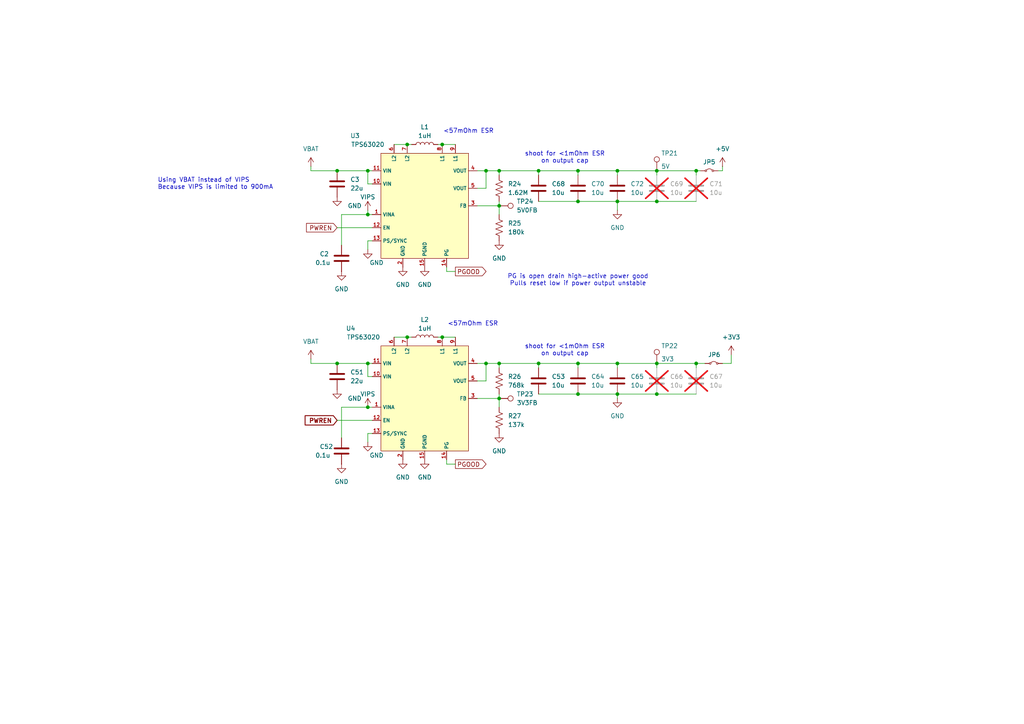
<source format=kicad_sch>
(kicad_sch
	(version 20250114)
	(generator "eeschema")
	(generator_version "9.0")
	(uuid "60650fd4-5012-475b-ad24-97fc58884637")
	(paper "A4")
	(title_block
		(title "Wireless Backup Camera - Encoder")
		(company "Group 25 Senior Design")
	)
	(lib_symbols
		(symbol "Connector:TestPoint"
			(pin_numbers
				(hide yes)
			)
			(pin_names
				(offset 0.762)
				(hide yes)
			)
			(exclude_from_sim no)
			(in_bom yes)
			(on_board yes)
			(property "Reference" "TP"
				(at 0 6.858 0)
				(effects
					(font
						(size 1.27 1.27)
					)
				)
			)
			(property "Value" "TestPoint"
				(at 0 5.08 0)
				(effects
					(font
						(size 1.27 1.27)
					)
				)
			)
			(property "Footprint" ""
				(at 5.08 0 0)
				(effects
					(font
						(size 1.27 1.27)
					)
					(hide yes)
				)
			)
			(property "Datasheet" "~"
				(at 5.08 0 0)
				(effects
					(font
						(size 1.27 1.27)
					)
					(hide yes)
				)
			)
			(property "Description" "test point"
				(at 0 0 0)
				(effects
					(font
						(size 1.27 1.27)
					)
					(hide yes)
				)
			)
			(property "ki_keywords" "test point tp"
				(at 0 0 0)
				(effects
					(font
						(size 1.27 1.27)
					)
					(hide yes)
				)
			)
			(property "ki_fp_filters" "Pin* Test*"
				(at 0 0 0)
				(effects
					(font
						(size 1.27 1.27)
					)
					(hide yes)
				)
			)
			(symbol "TestPoint_0_1"
				(circle
					(center 0 3.302)
					(radius 0.762)
					(stroke
						(width 0)
						(type default)
					)
					(fill
						(type none)
					)
				)
			)
			(symbol "TestPoint_1_1"
				(pin passive line
					(at 0 0 90)
					(length 2.54)
					(name "1"
						(effects
							(font
								(size 1.27 1.27)
							)
						)
					)
					(number "1"
						(effects
							(font
								(size 1.27 1.27)
							)
						)
					)
				)
			)
			(embedded_fonts no)
		)
		(symbol "Device:C"
			(pin_numbers
				(hide yes)
			)
			(pin_names
				(offset 0.254)
			)
			(exclude_from_sim no)
			(in_bom yes)
			(on_board yes)
			(property "Reference" "C"
				(at 0.635 2.54 0)
				(effects
					(font
						(size 1.27 1.27)
					)
					(justify left)
				)
			)
			(property "Value" "C"
				(at 0.635 -2.54 0)
				(effects
					(font
						(size 1.27 1.27)
					)
					(justify left)
				)
			)
			(property "Footprint" ""
				(at 0.9652 -3.81 0)
				(effects
					(font
						(size 1.27 1.27)
					)
					(hide yes)
				)
			)
			(property "Datasheet" "~"
				(at 0 0 0)
				(effects
					(font
						(size 1.27 1.27)
					)
					(hide yes)
				)
			)
			(property "Description" "Unpolarized capacitor"
				(at 0 0 0)
				(effects
					(font
						(size 1.27 1.27)
					)
					(hide yes)
				)
			)
			(property "ki_keywords" "cap capacitor"
				(at 0 0 0)
				(effects
					(font
						(size 1.27 1.27)
					)
					(hide yes)
				)
			)
			(property "ki_fp_filters" "C_*"
				(at 0 0 0)
				(effects
					(font
						(size 1.27 1.27)
					)
					(hide yes)
				)
			)
			(symbol "C_0_1"
				(polyline
					(pts
						(xy -2.032 0.762) (xy 2.032 0.762)
					)
					(stroke
						(width 0.508)
						(type default)
					)
					(fill
						(type none)
					)
				)
				(polyline
					(pts
						(xy -2.032 -0.762) (xy 2.032 -0.762)
					)
					(stroke
						(width 0.508)
						(type default)
					)
					(fill
						(type none)
					)
				)
			)
			(symbol "C_1_1"
				(pin passive line
					(at 0 3.81 270)
					(length 2.794)
					(name "~"
						(effects
							(font
								(size 1.27 1.27)
							)
						)
					)
					(number "1"
						(effects
							(font
								(size 1.27 1.27)
							)
						)
					)
				)
				(pin passive line
					(at 0 -3.81 90)
					(length 2.794)
					(name "~"
						(effects
							(font
								(size 1.27 1.27)
							)
						)
					)
					(number "2"
						(effects
							(font
								(size 1.27 1.27)
							)
						)
					)
				)
			)
			(embedded_fonts no)
		)
		(symbol "Device:L"
			(pin_numbers
				(hide yes)
			)
			(pin_names
				(offset 1.016)
				(hide yes)
			)
			(exclude_from_sim no)
			(in_bom yes)
			(on_board yes)
			(property "Reference" "L"
				(at -1.27 0 90)
				(effects
					(font
						(size 1.27 1.27)
					)
				)
			)
			(property "Value" "L"
				(at 1.905 0 90)
				(effects
					(font
						(size 1.27 1.27)
					)
				)
			)
			(property "Footprint" ""
				(at 0 0 0)
				(effects
					(font
						(size 1.27 1.27)
					)
					(hide yes)
				)
			)
			(property "Datasheet" "~"
				(at 0 0 0)
				(effects
					(font
						(size 1.27 1.27)
					)
					(hide yes)
				)
			)
			(property "Description" "Inductor"
				(at 0 0 0)
				(effects
					(font
						(size 1.27 1.27)
					)
					(hide yes)
				)
			)
			(property "ki_keywords" "inductor choke coil reactor magnetic"
				(at 0 0 0)
				(effects
					(font
						(size 1.27 1.27)
					)
					(hide yes)
				)
			)
			(property "ki_fp_filters" "Choke_* *Coil* Inductor_* L_*"
				(at 0 0 0)
				(effects
					(font
						(size 1.27 1.27)
					)
					(hide yes)
				)
			)
			(symbol "L_0_1"
				(arc
					(start 0 2.54)
					(mid 0.6323 1.905)
					(end 0 1.27)
					(stroke
						(width 0)
						(type default)
					)
					(fill
						(type none)
					)
				)
				(arc
					(start 0 1.27)
					(mid 0.6323 0.635)
					(end 0 0)
					(stroke
						(width 0)
						(type default)
					)
					(fill
						(type none)
					)
				)
				(arc
					(start 0 0)
					(mid 0.6323 -0.635)
					(end 0 -1.27)
					(stroke
						(width 0)
						(type default)
					)
					(fill
						(type none)
					)
				)
				(arc
					(start 0 -1.27)
					(mid 0.6323 -1.905)
					(end 0 -2.54)
					(stroke
						(width 0)
						(type default)
					)
					(fill
						(type none)
					)
				)
			)
			(symbol "L_1_1"
				(pin passive line
					(at 0 3.81 270)
					(length 1.27)
					(name "1"
						(effects
							(font
								(size 1.27 1.27)
							)
						)
					)
					(number "1"
						(effects
							(font
								(size 1.27 1.27)
							)
						)
					)
				)
				(pin passive line
					(at 0 -3.81 90)
					(length 1.27)
					(name "2"
						(effects
							(font
								(size 1.27 1.27)
							)
						)
					)
					(number "2"
						(effects
							(font
								(size 1.27 1.27)
							)
						)
					)
				)
			)
			(embedded_fonts no)
		)
		(symbol "Device:R_US"
			(pin_numbers
				(hide yes)
			)
			(pin_names
				(offset 0)
			)
			(exclude_from_sim no)
			(in_bom yes)
			(on_board yes)
			(property "Reference" "R"
				(at 2.54 0 90)
				(effects
					(font
						(size 1.27 1.27)
					)
				)
			)
			(property "Value" "R_US"
				(at -2.54 0 90)
				(effects
					(font
						(size 1.27 1.27)
					)
				)
			)
			(property "Footprint" ""
				(at 1.016 -0.254 90)
				(effects
					(font
						(size 1.27 1.27)
					)
					(hide yes)
				)
			)
			(property "Datasheet" "~"
				(at 0 0 0)
				(effects
					(font
						(size 1.27 1.27)
					)
					(hide yes)
				)
			)
			(property "Description" "Resistor, US symbol"
				(at 0 0 0)
				(effects
					(font
						(size 1.27 1.27)
					)
					(hide yes)
				)
			)
			(property "ki_keywords" "R res resistor"
				(at 0 0 0)
				(effects
					(font
						(size 1.27 1.27)
					)
					(hide yes)
				)
			)
			(property "ki_fp_filters" "R_*"
				(at 0 0 0)
				(effects
					(font
						(size 1.27 1.27)
					)
					(hide yes)
				)
			)
			(symbol "R_US_0_1"
				(polyline
					(pts
						(xy 0 2.286) (xy 0 2.54)
					)
					(stroke
						(width 0)
						(type default)
					)
					(fill
						(type none)
					)
				)
				(polyline
					(pts
						(xy 0 2.286) (xy 1.016 1.905) (xy 0 1.524) (xy -1.016 1.143) (xy 0 0.762)
					)
					(stroke
						(width 0)
						(type default)
					)
					(fill
						(type none)
					)
				)
				(polyline
					(pts
						(xy 0 0.762) (xy 1.016 0.381) (xy 0 0) (xy -1.016 -0.381) (xy 0 -0.762)
					)
					(stroke
						(width 0)
						(type default)
					)
					(fill
						(type none)
					)
				)
				(polyline
					(pts
						(xy 0 -0.762) (xy 1.016 -1.143) (xy 0 -1.524) (xy -1.016 -1.905) (xy 0 -2.286)
					)
					(stroke
						(width 0)
						(type default)
					)
					(fill
						(type none)
					)
				)
				(polyline
					(pts
						(xy 0 -2.286) (xy 0 -2.54)
					)
					(stroke
						(width 0)
						(type default)
					)
					(fill
						(type none)
					)
				)
			)
			(symbol "R_US_1_1"
				(pin passive line
					(at 0 3.81 270)
					(length 1.27)
					(name "~"
						(effects
							(font
								(size 1.27 1.27)
							)
						)
					)
					(number "1"
						(effects
							(font
								(size 1.27 1.27)
							)
						)
					)
				)
				(pin passive line
					(at 0 -3.81 90)
					(length 1.27)
					(name "~"
						(effects
							(font
								(size 1.27 1.27)
							)
						)
					)
					(number "2"
						(effects
							(font
								(size 1.27 1.27)
							)
						)
					)
				)
			)
			(embedded_fonts no)
		)
		(symbol "Jumper:Jumper_2_Small_Bridged"
			(pin_numbers
				(hide yes)
			)
			(pin_names
				(offset 0)
				(hide yes)
			)
			(exclude_from_sim yes)
			(in_bom yes)
			(on_board yes)
			(property "Reference" "JP"
				(at 0 2.032 0)
				(effects
					(font
						(size 1.27 1.27)
					)
				)
			)
			(property "Value" "Jumper_2_Small_Bridged"
				(at 0 -2.286 0)
				(effects
					(font
						(size 1.27 1.27)
					)
				)
			)
			(property "Footprint" ""
				(at 0 0 0)
				(effects
					(font
						(size 1.27 1.27)
					)
					(hide yes)
				)
			)
			(property "Datasheet" "~"
				(at 0 0 0)
				(effects
					(font
						(size 1.27 1.27)
					)
					(hide yes)
				)
			)
			(property "Description" "Jumper, 2-pole, small symbol, bridged"
				(at 0 0 0)
				(effects
					(font
						(size 1.27 1.27)
					)
					(hide yes)
				)
			)
			(property "ki_keywords" "Jumper SPST"
				(at 0 0 0)
				(effects
					(font
						(size 1.27 1.27)
					)
					(hide yes)
				)
			)
			(property "ki_fp_filters" "Jumper* TestPoint*2Pads* TestPoint*Bridge*"
				(at 0 0 0)
				(effects
					(font
						(size 1.27 1.27)
					)
					(hide yes)
				)
			)
			(symbol "Jumper_2_Small_Bridged_0_0"
				(circle
					(center -1.016 0)
					(radius 0.254)
					(stroke
						(width 0)
						(type default)
					)
					(fill
						(type none)
					)
				)
				(circle
					(center 1.016 0)
					(radius 0.254)
					(stroke
						(width 0)
						(type default)
					)
					(fill
						(type none)
					)
				)
			)
			(symbol "Jumper_2_Small_Bridged_0_1"
				(arc
					(start -0.762 0.254)
					(mid 0 0.5696)
					(end 0.762 0.254)
					(stroke
						(width 0)
						(type default)
					)
					(fill
						(type none)
					)
				)
			)
			(symbol "Jumper_2_Small_Bridged_1_1"
				(pin passive line
					(at -2.54 0 0)
					(length 1.27)
					(name "A"
						(effects
							(font
								(size 1.27 1.27)
							)
						)
					)
					(number "1"
						(effects
							(font
								(size 1.27 1.27)
							)
						)
					)
				)
				(pin passive line
					(at 2.54 0 180)
					(length 1.27)
					(name "B"
						(effects
							(font
								(size 1.27 1.27)
							)
						)
					)
					(number "2"
						(effects
							(font
								(size 1.27 1.27)
							)
						)
					)
				)
			)
			(embedded_fonts no)
		)
		(symbol "custom_chips:TPS63020"
			(exclude_from_sim no)
			(in_bom yes)
			(on_board yes)
			(property "Reference" "U"
				(at 0 23.368 0)
				(effects
					(font
						(size 1.27 1.27)
					)
				)
			)
			(property "Value" "TPS6302x"
				(at 0.254 20.828 0)
				(effects
					(font
						(size 1.27 1.27)
					)
				)
			)
			(property "Footprint" "BackupCamCustomParts:IC_TPS63020DSJT"
				(at 0 5.08 0)
				(effects
					(font
						(size 1.27 1.27)
					)
					(hide yes)
				)
			)
			(property "Datasheet" "https://www.ti.com/lit/ds/symlink/tps63020.pdf?HQS=dis-dk-null-digikeymode-dsf-pf-null-wwe&ts=1761738729604&ref_url=https%253A%252F%252Fwww.ti.com%252Fgeneral%252Fdocs%252Fsuppproductinfo.tsp%253FdistId%253D10%2526gotoUrl%253Dhttps%253A%252F%252Fwww.ti.com%252Flit%252Fgpn%252Ftps63020"
				(at 0 0 0)
				(effects
					(font
						(size 1.27 1.27)
					)
					(hide yes)
				)
			)
			(property "Description" "IC REG BUCK BST ADJ 3.5A 14VSON"
				(at 0 6.35 0)
				(effects
					(font
						(size 1.27 1.27)
					)
					(hide yes)
				)
			)
			(property "DPN" "TPS63020DSJT"
				(at 0 6.35 0)
				(effects
					(font
						(size 1.27 1.27)
					)
					(hide yes)
				)
			)
			(property "Distributor" "DigiKey"
				(at 0 6.35 0)
				(effects
					(font
						(size 1.27 1.27)
					)
					(hide yes)
				)
			)
			(symbol "TPS63020_0_1"
				(rectangle
					(start -12.7 15.24)
					(end 12.7 -15.24)
					(stroke
						(width 0)
						(type default)
					)
					(fill
						(type color)
						(color 255 255 194 1)
					)
				)
			)
			(symbol "TPS63020_1_1"
				(pin power_in line
					(at -15.24 10.16 0)
					(length 2.54)
					(name "VIN"
						(effects
							(font
								(size 1.016 1.016)
							)
						)
					)
					(number "11"
						(effects
							(font
								(size 1.016 1.016)
							)
						)
					)
				)
				(pin power_in line
					(at -15.24 6.35 0)
					(length 2.54)
					(name "VIN"
						(effects
							(font
								(size 1.016 1.016)
							)
						)
					)
					(number "10"
						(effects
							(font
								(size 1.016 1.016)
							)
						)
					)
				)
				(pin free line
					(at -15.24 -2.54 0)
					(length 2.54)
					(name "VINA"
						(effects
							(font
								(size 1.016 1.016)
							)
						)
					)
					(number "1"
						(effects
							(font
								(size 1.016 1.016)
							)
						)
					)
				)
				(pin input line
					(at -15.24 -6.35 0)
					(length 2.54)
					(name "EN"
						(effects
							(font
								(size 1.016 1.016)
							)
						)
					)
					(number "12"
						(effects
							(font
								(size 1.016 1.016)
							)
						)
					)
				)
				(pin input line
					(at -15.24 -10.16 0)
					(length 2.54)
					(name "PS/SYNC"
						(effects
							(font
								(size 1.016 1.016)
							)
						)
					)
					(number "13"
						(effects
							(font
								(size 1.016 1.016)
							)
						)
					)
				)
				(pin output line
					(at -8.89 17.78 270)
					(length 2.54)
					(name "L2"
						(effects
							(font
								(size 1.016 1.016)
							)
						)
					)
					(number "6"
						(effects
							(font
								(size 1.016 1.016)
							)
						)
					)
				)
				(pin power_in line
					(at -6.35 -17.78 90)
					(length 2.54)
					(name "GND"
						(effects
							(font
								(size 1.016 1.016)
							)
						)
					)
					(number "2"
						(effects
							(font
								(size 1.016 1.016)
							)
						)
					)
				)
				(pin output line
					(at -5.08 17.78 270)
					(length 2.54)
					(name "L2"
						(effects
							(font
								(size 1.016 1.016)
							)
						)
					)
					(number "7"
						(effects
							(font
								(size 1.016 1.016)
							)
						)
					)
				)
				(pin power_in line
					(at 0 -17.78 90)
					(length 2.54)
					(name "PGND"
						(effects
							(font
								(size 1.016 1.016)
							)
						)
					)
					(number "15"
						(effects
							(font
								(size 1.016 1.016)
							)
						)
					)
				)
				(pin output line
					(at 5.08 17.78 270)
					(length 2.54)
					(name "L1"
						(effects
							(font
								(size 1.016 1.016)
							)
						)
					)
					(number "8"
						(effects
							(font
								(size 1.016 1.016)
							)
						)
					)
				)
				(pin open_collector line
					(at 6.35 -17.78 90)
					(length 2.54)
					(name "PG"
						(effects
							(font
								(size 1.016 1.016)
							)
						)
					)
					(number "14"
						(effects
							(font
								(size 1.016 1.016)
							)
						)
					)
				)
				(pin output line
					(at 8.89 17.78 270)
					(length 2.54)
					(name "L1"
						(effects
							(font
								(size 1.016 1.016)
							)
						)
					)
					(number "9"
						(effects
							(font
								(size 1.016 1.016)
							)
						)
					)
				)
				(pin power_out line
					(at 15.24 10.16 180)
					(length 2.54)
					(name "VOUT"
						(effects
							(font
								(size 1.016 1.016)
							)
						)
					)
					(number "4"
						(effects
							(font
								(size 1.016 1.016)
							)
						)
					)
				)
				(pin power_out line
					(at 15.24 5.08 180)
					(length 2.54)
					(name "VOUT"
						(effects
							(font
								(size 1.016 1.016)
							)
						)
					)
					(number "5"
						(effects
							(font
								(size 1.016 1.016)
							)
						)
					)
				)
				(pin input line
					(at 15.24 0 180)
					(length 2.54)
					(name "FB"
						(effects
							(font
								(size 1.016 1.016)
							)
						)
					)
					(number "3"
						(effects
							(font
								(size 1.016 1.016)
							)
						)
					)
				)
			)
			(embedded_fonts no)
		)
		(symbol "custom_chips:VBAT"
			(power)
			(pin_numbers
				(hide yes)
			)
			(pin_names
				(offset 0)
				(hide yes)
			)
			(exclude_from_sim no)
			(in_bom yes)
			(on_board yes)
			(property "Reference" "#PWR"
				(at 0 -3.81 0)
				(effects
					(font
						(size 1.27 1.27)
					)
					(hide yes)
				)
			)
			(property "Value" "VBAT"
				(at 0 5.08 0)
				(effects
					(font
						(size 1.27 1.27)
					)
				)
			)
			(property "Footprint" ""
				(at 0 0 0)
				(effects
					(font
						(size 1.27 1.27)
					)
					(hide yes)
				)
			)
			(property "Datasheet" ""
				(at 0 0 0)
				(effects
					(font
						(size 1.27 1.27)
					)
					(hide yes)
				)
			)
			(property "Description" "Power symbol creates a global label with name \"VBAT\""
				(at 0 0 0)
				(effects
					(font
						(size 1.27 1.27)
					)
					(hide yes)
				)
			)
			(property "ki_keywords" "global power"
				(at 0 0 0)
				(effects
					(font
						(size 1.27 1.27)
					)
					(hide yes)
				)
			)
			(symbol "VBAT_0_1"
				(polyline
					(pts
						(xy -0.762 1.27) (xy 0 2.54)
					)
					(stroke
						(width 0)
						(type default)
					)
					(fill
						(type none)
					)
				)
				(polyline
					(pts
						(xy 0 2.54) (xy 0.762 1.27)
					)
					(stroke
						(width 0)
						(type default)
					)
					(fill
						(type none)
					)
				)
				(polyline
					(pts
						(xy 0 0) (xy 0 2.54)
					)
					(stroke
						(width 0)
						(type default)
					)
					(fill
						(type none)
					)
				)
			)
			(symbol "VBAT_1_1"
				(pin power_in line
					(at 0 0 90)
					(length 0)
					(name "~"
						(effects
							(font
								(size 1.27 1.27)
							)
						)
					)
					(number "1"
						(effects
							(font
								(size 1.27 1.27)
							)
						)
					)
				)
			)
			(embedded_fonts no)
		)
		(symbol "custom_chips:VIPS"
			(power)
			(pin_numbers
				(hide yes)
			)
			(pin_names
				(offset 0)
				(hide yes)
			)
			(exclude_from_sim no)
			(in_bom yes)
			(on_board yes)
			(property "Reference" "#PWR024"
				(at 0 -3.81 0)
				(effects
					(font
						(size 1.27 1.27)
					)
					(hide yes)
				)
			)
			(property "Value" "VIPS"
				(at 0 5.08 0)
				(effects
					(font
						(size 1.27 1.27)
					)
				)
			)
			(property "Footprint" ""
				(at 0 0 0)
				(effects
					(font
						(size 1.27 1.27)
					)
					(hide yes)
				)
			)
			(property "Datasheet" ""
				(at 0 0 0)
				(effects
					(font
						(size 1.27 1.27)
					)
					(hide yes)
				)
			)
			(property "Description" "Power symbol creates a global label with name \"VISP\""
				(at 0 0 0)
				(effects
					(font
						(size 1.27 1.27)
					)
					(hide yes)
				)
			)
			(property "ki_keywords" "global power"
				(at 0 0 0)
				(effects
					(font
						(size 1.27 1.27)
					)
					(hide yes)
				)
			)
			(symbol "VIPS_0_1"
				(polyline
					(pts
						(xy -0.762 1.27) (xy 0 2.54)
					)
					(stroke
						(width 0)
						(type default)
					)
					(fill
						(type none)
					)
				)
				(polyline
					(pts
						(xy 0 2.54) (xy 0.762 1.27)
					)
					(stroke
						(width 0)
						(type default)
					)
					(fill
						(type none)
					)
				)
				(polyline
					(pts
						(xy 0 0) (xy 0 2.54)
					)
					(stroke
						(width 0)
						(type default)
					)
					(fill
						(type none)
					)
				)
			)
			(symbol "VIPS_1_1"
				(pin power_in line
					(at 0 0 90)
					(length 0)
					(name "~"
						(effects
							(font
								(size 1.27 1.27)
							)
						)
					)
					(number "1"
						(effects
							(font
								(size 1.27 1.27)
							)
						)
					)
				)
			)
			(embedded_fonts no)
		)
		(symbol "power:+3V3"
			(power)
			(pin_numbers
				(hide yes)
			)
			(pin_names
				(offset 0)
				(hide yes)
			)
			(exclude_from_sim no)
			(in_bom yes)
			(on_board yes)
			(property "Reference" "#PWR"
				(at 0 -3.81 0)
				(effects
					(font
						(size 1.27 1.27)
					)
					(hide yes)
				)
			)
			(property "Value" "+3V3"
				(at 0 3.556 0)
				(effects
					(font
						(size 1.27 1.27)
					)
				)
			)
			(property "Footprint" ""
				(at 0 0 0)
				(effects
					(font
						(size 1.27 1.27)
					)
					(hide yes)
				)
			)
			(property "Datasheet" ""
				(at 0 0 0)
				(effects
					(font
						(size 1.27 1.27)
					)
					(hide yes)
				)
			)
			(property "Description" "Power symbol creates a global label with name \"+3V3\""
				(at 0 0 0)
				(effects
					(font
						(size 1.27 1.27)
					)
					(hide yes)
				)
			)
			(property "ki_keywords" "global power"
				(at 0 0 0)
				(effects
					(font
						(size 1.27 1.27)
					)
					(hide yes)
				)
			)
			(symbol "+3V3_0_1"
				(polyline
					(pts
						(xy -0.762 1.27) (xy 0 2.54)
					)
					(stroke
						(width 0)
						(type default)
					)
					(fill
						(type none)
					)
				)
				(polyline
					(pts
						(xy 0 2.54) (xy 0.762 1.27)
					)
					(stroke
						(width 0)
						(type default)
					)
					(fill
						(type none)
					)
				)
				(polyline
					(pts
						(xy 0 0) (xy 0 2.54)
					)
					(stroke
						(width 0)
						(type default)
					)
					(fill
						(type none)
					)
				)
			)
			(symbol "+3V3_1_1"
				(pin power_in line
					(at 0 0 90)
					(length 0)
					(name "~"
						(effects
							(font
								(size 1.27 1.27)
							)
						)
					)
					(number "1"
						(effects
							(font
								(size 1.27 1.27)
							)
						)
					)
				)
			)
			(embedded_fonts no)
		)
		(symbol "power:+5V"
			(power)
			(pin_numbers
				(hide yes)
			)
			(pin_names
				(offset 0)
				(hide yes)
			)
			(exclude_from_sim no)
			(in_bom yes)
			(on_board yes)
			(property "Reference" "#PWR"
				(at 0 -3.81 0)
				(effects
					(font
						(size 1.27 1.27)
					)
					(hide yes)
				)
			)
			(property "Value" "+5V"
				(at 0 3.556 0)
				(effects
					(font
						(size 1.27 1.27)
					)
				)
			)
			(property "Footprint" ""
				(at 0 0 0)
				(effects
					(font
						(size 1.27 1.27)
					)
					(hide yes)
				)
			)
			(property "Datasheet" ""
				(at 0 0 0)
				(effects
					(font
						(size 1.27 1.27)
					)
					(hide yes)
				)
			)
			(property "Description" "Power symbol creates a global label with name \"+5V\""
				(at 0 0 0)
				(effects
					(font
						(size 1.27 1.27)
					)
					(hide yes)
				)
			)
			(property "ki_keywords" "global power"
				(at 0 0 0)
				(effects
					(font
						(size 1.27 1.27)
					)
					(hide yes)
				)
			)
			(symbol "+5V_0_1"
				(polyline
					(pts
						(xy -0.762 1.27) (xy 0 2.54)
					)
					(stroke
						(width 0)
						(type default)
					)
					(fill
						(type none)
					)
				)
				(polyline
					(pts
						(xy 0 2.54) (xy 0.762 1.27)
					)
					(stroke
						(width 0)
						(type default)
					)
					(fill
						(type none)
					)
				)
				(polyline
					(pts
						(xy 0 0) (xy 0 2.54)
					)
					(stroke
						(width 0)
						(type default)
					)
					(fill
						(type none)
					)
				)
			)
			(symbol "+5V_1_1"
				(pin power_in line
					(at 0 0 90)
					(length 0)
					(name "~"
						(effects
							(font
								(size 1.27 1.27)
							)
						)
					)
					(number "1"
						(effects
							(font
								(size 1.27 1.27)
							)
						)
					)
				)
			)
			(embedded_fonts no)
		)
		(symbol "power:GND"
			(power)
			(pin_numbers
				(hide yes)
			)
			(pin_names
				(offset 0)
				(hide yes)
			)
			(exclude_from_sim no)
			(in_bom yes)
			(on_board yes)
			(property "Reference" "#PWR"
				(at 0 -6.35 0)
				(effects
					(font
						(size 1.27 1.27)
					)
					(hide yes)
				)
			)
			(property "Value" "GND"
				(at 0 -3.81 0)
				(effects
					(font
						(size 1.27 1.27)
					)
				)
			)
			(property "Footprint" ""
				(at 0 0 0)
				(effects
					(font
						(size 1.27 1.27)
					)
					(hide yes)
				)
			)
			(property "Datasheet" ""
				(at 0 0 0)
				(effects
					(font
						(size 1.27 1.27)
					)
					(hide yes)
				)
			)
			(property "Description" "Power symbol creates a global label with name \"GND\" , ground"
				(at 0 0 0)
				(effects
					(font
						(size 1.27 1.27)
					)
					(hide yes)
				)
			)
			(property "ki_keywords" "global power"
				(at 0 0 0)
				(effects
					(font
						(size 1.27 1.27)
					)
					(hide yes)
				)
			)
			(symbol "GND_0_1"
				(polyline
					(pts
						(xy 0 0) (xy 0 -1.27) (xy 1.27 -1.27) (xy 0 -2.54) (xy -1.27 -1.27) (xy 0 -1.27)
					)
					(stroke
						(width 0)
						(type default)
					)
					(fill
						(type none)
					)
				)
			)
			(symbol "GND_1_1"
				(pin power_in line
					(at 0 0 270)
					(length 0)
					(name "~"
						(effects
							(font
								(size 1.27 1.27)
							)
						)
					)
					(number "1"
						(effects
							(font
								(size 1.27 1.27)
							)
						)
					)
				)
			)
			(embedded_fonts no)
		)
	)
	(text "Using VBAT instead of VIPS\nBecause VIPS is limited to 900mA"
		(exclude_from_sim no)
		(at 45.72 53.34 0)
		(effects
			(font
				(size 1.27 1.27)
				(thickness 0.1588)
			)
			(justify left)
		)
		(uuid "2bbdaab7-e7c5-48e5-99d7-443d7eee8394")
	)
	(text "shoot for <1mOhm ESR\non output cap"
		(exclude_from_sim no)
		(at 163.83 101.6 0)
		(effects
			(font
				(size 1.27 1.27)
				(thickness 0.1588)
			)
		)
		(uuid "5038d54c-1101-4c9c-b4c7-c7af3cc09bb8")
	)
	(text "<57mOhm ESR"
		(exclude_from_sim no)
		(at 137.16 93.98 0)
		(effects
			(font
				(size 1.27 1.27)
				(thickness 0.1588)
			)
		)
		(uuid "70ce874c-5e20-48d4-bf3f-c3fde0571a56")
	)
	(text "<57mOhm ESR"
		(exclude_from_sim no)
		(at 135.89 38.1 0)
		(effects
			(font
				(size 1.27 1.27)
				(thickness 0.1588)
			)
		)
		(uuid "b781c3b7-1ee1-4146-954a-0822f3a23a29")
	)
	(text "PG is open drain high-active power good\nPulls reset low if power output unstable"
		(exclude_from_sim no)
		(at 167.64 81.28 0)
		(effects
			(font
				(size 1.27 1.27)
			)
		)
		(uuid "ecd20f69-5861-474d-bc03-aeb6dfb90cfb")
	)
	(text "shoot for <1mOhm ESR\non output cap"
		(exclude_from_sim no)
		(at 163.83 45.72 0)
		(effects
			(font
				(size 1.27 1.27)
				(thickness 0.1588)
			)
		)
		(uuid "f2833ad8-ca4a-4b3a-8a68-ac0f5cf10324")
	)
	(junction
		(at 201.93 105.41)
		(diameter 0)
		(color 0 0 0 0)
		(uuid "19d64546-cf6f-4358-a4fc-05594be66057")
	)
	(junction
		(at 190.5 105.41)
		(diameter 0)
		(color 0 0 0 0)
		(uuid "2265beb3-d55b-45a8-a574-dee134a5b9cd")
	)
	(junction
		(at 156.21 49.53)
		(diameter 0)
		(color 0 0 0 0)
		(uuid "23088e61-5145-4627-992f-f49ea3fa54de")
	)
	(junction
		(at 128.27 97.79)
		(diameter 0)
		(color 0 0 0 0)
		(uuid "27f55e63-40fd-4b92-9b4e-c994eadcbf88")
	)
	(junction
		(at 144.78 115.57)
		(diameter 0)
		(color 0 0 0 0)
		(uuid "2af85a40-ac5e-4546-b8d2-215903731181")
	)
	(junction
		(at 179.07 105.41)
		(diameter 0)
		(color 0 0 0 0)
		(uuid "45e07f8c-e419-488e-9c04-6323f99b3b7d")
	)
	(junction
		(at 140.97 105.41)
		(diameter 0)
		(color 0 0 0 0)
		(uuid "4922d5f8-c9c0-4bf5-b59a-d980fffdf446")
	)
	(junction
		(at 190.5 49.53)
		(diameter 0)
		(color 0 0 0 0)
		(uuid "514f5222-54be-4365-901d-7cd0cb304353")
	)
	(junction
		(at 179.07 114.3)
		(diameter 0)
		(color 0 0 0 0)
		(uuid "52b68992-ae96-4c97-86b6-b58cd1b92159")
	)
	(junction
		(at 190.5 58.42)
		(diameter 0)
		(color 0 0 0 0)
		(uuid "53c6781a-fc0a-4387-9242-c542a83c7200")
	)
	(junction
		(at 167.64 105.41)
		(diameter 0)
		(color 0 0 0 0)
		(uuid "5dbcb771-ecf3-44b4-bfa0-08b4d7bbd2cb")
	)
	(junction
		(at 179.07 49.53)
		(diameter 0)
		(color 0 0 0 0)
		(uuid "5f333f77-c27a-426d-86e4-9fb2b1c5e040")
	)
	(junction
		(at 144.78 49.53)
		(diameter 0)
		(color 0 0 0 0)
		(uuid "5f7dac43-bd49-4f0e-bf9e-30a2b998d5c1")
	)
	(junction
		(at 144.78 105.41)
		(diameter 0)
		(color 0 0 0 0)
		(uuid "76bd90b6-d4b3-4404-8c91-3ab820bf7c17")
	)
	(junction
		(at 118.11 41.91)
		(diameter 0)
		(color 0 0 0 0)
		(uuid "80879f9a-1722-4ca2-93b1-10a1d5c5936e")
	)
	(junction
		(at 106.68 118.11)
		(diameter 0)
		(color 0 0 0 0)
		(uuid "809cda36-ebaf-4985-b49b-e2360cd3e6fd")
	)
	(junction
		(at 179.07 58.42)
		(diameter 0)
		(color 0 0 0 0)
		(uuid "8fd19001-9c0e-446e-ac4e-2bf73bc7bfcb")
	)
	(junction
		(at 97.79 49.53)
		(diameter 0)
		(color 0 0 0 0)
		(uuid "91c641f2-3f22-4219-bb93-d463e3392616")
	)
	(junction
		(at 106.68 105.41)
		(diameter 0)
		(color 0 0 0 0)
		(uuid "9a699685-1262-43e8-8bed-f5167ae5f23a")
	)
	(junction
		(at 140.97 49.53)
		(diameter 0)
		(color 0 0 0 0)
		(uuid "9a8d5a7d-4af3-4740-be6e-a0778641a58a")
	)
	(junction
		(at 144.78 59.69)
		(diameter 0)
		(color 0 0 0 0)
		(uuid "a149e8bc-645e-41e2-a288-9e13734163a7")
	)
	(junction
		(at 156.21 105.41)
		(diameter 0)
		(color 0 0 0 0)
		(uuid "a5907faf-be57-452b-968b-39e05379a9a9")
	)
	(junction
		(at 167.64 58.42)
		(diameter 0)
		(color 0 0 0 0)
		(uuid "a8040368-92a7-41cd-a579-3eeb24cc3ee0")
	)
	(junction
		(at 118.11 97.79)
		(diameter 0)
		(color 0 0 0 0)
		(uuid "afd62024-96cb-478b-a10c-f9f650f940c7")
	)
	(junction
		(at 106.68 62.23)
		(diameter 0)
		(color 0 0 0 0)
		(uuid "b212ed4e-dac0-409c-9bcf-71b03cde2ad7")
	)
	(junction
		(at 167.64 49.53)
		(diameter 0)
		(color 0 0 0 0)
		(uuid "bd25caac-483d-4f1f-bec8-383c69d1afc2")
	)
	(junction
		(at 190.5 114.3)
		(diameter 0)
		(color 0 0 0 0)
		(uuid "c4a3a668-e7b7-4228-b83c-96481c8eaa7f")
	)
	(junction
		(at 97.79 105.41)
		(diameter 0)
		(color 0 0 0 0)
		(uuid "c749215a-e2d2-44d4-a46a-77f366d7b446")
	)
	(junction
		(at 167.64 114.3)
		(diameter 0)
		(color 0 0 0 0)
		(uuid "cb54d74f-4263-440c-bfe4-12bf3d7d644d")
	)
	(junction
		(at 106.68 49.53)
		(diameter 0)
		(color 0 0 0 0)
		(uuid "cdd9af27-60f5-4e74-afbb-bb6006b54073")
	)
	(junction
		(at 201.93 49.53)
		(diameter 0)
		(color 0 0 0 0)
		(uuid "d015af2e-e6f5-4592-9c46-edfb62159d84")
	)
	(junction
		(at 128.27 41.91)
		(diameter 0)
		(color 0 0 0 0)
		(uuid "fee558da-04df-4d1f-aad9-d697a473c401")
	)
	(wire
		(pts
			(xy 209.55 48.26) (xy 209.55 49.53)
		)
		(stroke
			(width 0)
			(type default)
		)
		(uuid "00dcaeff-53ec-4662-ac00-44ef2b7ee74b")
	)
	(wire
		(pts
			(xy 129.54 78.74) (xy 132.08 78.74)
		)
		(stroke
			(width 0)
			(type default)
		)
		(uuid "0106cf6e-abae-4f3f-a4f7-491e20305698")
	)
	(wire
		(pts
			(xy 106.68 109.22) (xy 107.95 109.22)
		)
		(stroke
			(width 0)
			(type default)
		)
		(uuid "02260927-1e60-4262-a9f0-db91cf30f35b")
	)
	(wire
		(pts
			(xy 138.43 115.57) (xy 144.78 115.57)
		)
		(stroke
			(width 0)
			(type default)
		)
		(uuid "08ea15c9-3ab5-4352-9ca8-6759bf4f6e7d")
	)
	(wire
		(pts
			(xy 138.43 49.53) (xy 140.97 49.53)
		)
		(stroke
			(width 0)
			(type default)
		)
		(uuid "0b1c8c4c-d80b-496f-b11e-be8926796313")
	)
	(wire
		(pts
			(xy 129.54 134.62) (xy 132.08 134.62)
		)
		(stroke
			(width 0)
			(type default)
		)
		(uuid "0fae3d6c-e42b-4015-b711-c55b1f3f0c8b")
	)
	(wire
		(pts
			(xy 128.27 41.91) (xy 132.08 41.91)
		)
		(stroke
			(width 0)
			(type default)
		)
		(uuid "12ae0431-4b16-459d-b4ee-a7e360586c18")
	)
	(wire
		(pts
			(xy 209.55 49.53) (xy 208.28 49.53)
		)
		(stroke
			(width 0)
			(type default)
		)
		(uuid "14b6184b-eb3c-4c2e-b618-a2fa7060988c")
	)
	(wire
		(pts
			(xy 212.09 102.87) (xy 212.09 105.41)
		)
		(stroke
			(width 0)
			(type default)
		)
		(uuid "16fbcc5c-e672-49e8-abfc-52d1fa068c00")
	)
	(wire
		(pts
			(xy 106.68 105.41) (xy 107.95 105.41)
		)
		(stroke
			(width 0)
			(type default)
		)
		(uuid "1788db83-f1cb-4785-a5b2-416bc8e5e6e8")
	)
	(wire
		(pts
			(xy 144.78 115.57) (xy 144.78 118.11)
		)
		(stroke
			(width 0)
			(type default)
		)
		(uuid "19294f85-44d2-4ff2-badc-c3aa500bf63a")
	)
	(wire
		(pts
			(xy 179.07 105.41) (xy 167.64 105.41)
		)
		(stroke
			(width 0)
			(type default)
		)
		(uuid "1bd8f834-317e-40a8-8697-d180a74bc5f0")
	)
	(wire
		(pts
			(xy 90.17 104.14) (xy 90.17 105.41)
		)
		(stroke
			(width 0)
			(type default)
		)
		(uuid "1f9db785-bf02-4b25-8d56-427c4ca61c99")
	)
	(wire
		(pts
			(xy 190.5 50.8) (xy 190.5 49.53)
		)
		(stroke
			(width 0)
			(type default)
		)
		(uuid "213f33dc-676c-440b-888a-7ebd08de04b2")
	)
	(wire
		(pts
			(xy 201.93 106.68) (xy 201.93 105.41)
		)
		(stroke
			(width 0)
			(type default)
		)
		(uuid "217b80a8-801c-44a5-9f7f-a90fc58c8ee5")
	)
	(wire
		(pts
			(xy 106.68 105.41) (xy 106.68 109.22)
		)
		(stroke
			(width 0)
			(type default)
		)
		(uuid "23e4e784-fedf-42e5-94ad-3adfc1a8455c")
	)
	(wire
		(pts
			(xy 118.11 41.91) (xy 119.38 41.91)
		)
		(stroke
			(width 0)
			(type default)
		)
		(uuid "28bd8ebd-7550-4d42-ad38-5a932b39fbd8")
	)
	(wire
		(pts
			(xy 138.43 59.69) (xy 144.78 59.69)
		)
		(stroke
			(width 0)
			(type default)
		)
		(uuid "2b39e98f-6a4f-4358-98d5-de050a700f6a")
	)
	(wire
		(pts
			(xy 99.06 62.23) (xy 106.68 62.23)
		)
		(stroke
			(width 0)
			(type default)
		)
		(uuid "2e2ec3b3-4456-444d-8f15-4edef5a72a84")
	)
	(wire
		(pts
			(xy 140.97 105.41) (xy 144.78 105.41)
		)
		(stroke
			(width 0)
			(type default)
		)
		(uuid "2f045229-57c7-426e-8df4-c07309f7b5bd")
	)
	(wire
		(pts
			(xy 144.78 105.41) (xy 156.21 105.41)
		)
		(stroke
			(width 0)
			(type default)
		)
		(uuid "2fd170e5-3a14-48e5-9875-97d84d481ac0")
	)
	(wire
		(pts
			(xy 179.07 105.41) (xy 190.5 105.41)
		)
		(stroke
			(width 0)
			(type default)
		)
		(uuid "37cfb23a-bdd4-42f3-910e-12dbe7f0d313")
	)
	(wire
		(pts
			(xy 190.5 114.3) (xy 201.93 114.3)
		)
		(stroke
			(width 0)
			(type default)
		)
		(uuid "3b83a949-7888-41da-951f-8f1bf666edf8")
	)
	(wire
		(pts
			(xy 97.79 49.53) (xy 106.68 49.53)
		)
		(stroke
			(width 0)
			(type default)
		)
		(uuid "3e0b7426-1ad8-4f2e-87f0-a6a9fc89d877")
	)
	(wire
		(pts
			(xy 179.07 115.57) (xy 179.07 114.3)
		)
		(stroke
			(width 0)
			(type default)
		)
		(uuid "4104d2a4-0fdf-4cee-b467-2e8f705bc8e3")
	)
	(wire
		(pts
			(xy 140.97 110.49) (xy 138.43 110.49)
		)
		(stroke
			(width 0)
			(type default)
		)
		(uuid "43acd4df-1ae0-4493-a11c-c9ded59ef6ec")
	)
	(wire
		(pts
			(xy 179.07 114.3) (xy 190.5 114.3)
		)
		(stroke
			(width 0)
			(type default)
		)
		(uuid "4b3e665b-0a7e-46fc-82ea-91f1a3b45455")
	)
	(wire
		(pts
			(xy 212.09 105.41) (xy 209.55 105.41)
		)
		(stroke
			(width 0)
			(type default)
		)
		(uuid "509a9dfe-b4de-4170-927d-e3ce06a38631")
	)
	(wire
		(pts
			(xy 106.68 125.73) (xy 106.68 128.27)
		)
		(stroke
			(width 0)
			(type default)
		)
		(uuid "554ce792-04a8-49c8-8b7b-36fc2ed9dd2d")
	)
	(wire
		(pts
			(xy 129.54 77.47) (xy 129.54 78.74)
		)
		(stroke
			(width 0)
			(type default)
		)
		(uuid "5753d416-4c1c-47ce-9499-bfb81b8e89c8")
	)
	(wire
		(pts
			(xy 201.93 105.41) (xy 190.5 105.41)
		)
		(stroke
			(width 0)
			(type default)
		)
		(uuid "5f43793a-0172-498a-85c5-b4a0283be870")
	)
	(wire
		(pts
			(xy 106.68 53.34) (xy 107.95 53.34)
		)
		(stroke
			(width 0)
			(type default)
		)
		(uuid "6005e88d-7492-444a-b182-6f09062f363d")
	)
	(wire
		(pts
			(xy 144.78 49.53) (xy 144.78 50.8)
		)
		(stroke
			(width 0)
			(type default)
		)
		(uuid "65148fe0-23fc-4d26-b72d-c2504accacc0")
	)
	(wire
		(pts
			(xy 156.21 49.53) (xy 156.21 50.8)
		)
		(stroke
			(width 0)
			(type default)
		)
		(uuid "673fd036-294a-4c3f-bd2c-a969f8d14dfe")
	)
	(wire
		(pts
			(xy 106.68 69.85) (xy 106.68 72.39)
		)
		(stroke
			(width 0)
			(type default)
		)
		(uuid "6d6e33ab-cdca-44e9-a825-a9537013d762")
	)
	(wire
		(pts
			(xy 114.3 97.79) (xy 118.11 97.79)
		)
		(stroke
			(width 0)
			(type default)
		)
		(uuid "7516bd5e-54a3-4ee3-9949-db58995cf14c")
	)
	(wire
		(pts
			(xy 140.97 110.49) (xy 140.97 105.41)
		)
		(stroke
			(width 0)
			(type default)
		)
		(uuid "77bf4ce9-59c2-4ed6-9c79-70ac7bc168ee")
	)
	(wire
		(pts
			(xy 90.17 48.26) (xy 90.17 49.53)
		)
		(stroke
			(width 0)
			(type default)
		)
		(uuid "7943cf01-c79b-405f-8455-6479a753a70c")
	)
	(wire
		(pts
			(xy 156.21 105.41) (xy 156.21 106.68)
		)
		(stroke
			(width 0)
			(type default)
		)
		(uuid "795cdb7b-4aed-439e-8eb5-756b843a82d3")
	)
	(wire
		(pts
			(xy 144.78 49.53) (xy 156.21 49.53)
		)
		(stroke
			(width 0)
			(type default)
		)
		(uuid "83cab10e-b259-45f8-bbfa-2cff5ff393c8")
	)
	(wire
		(pts
			(xy 167.64 114.3) (xy 179.07 114.3)
		)
		(stroke
			(width 0)
			(type default)
		)
		(uuid "86d6d823-73fa-4e8c-8689-7b8f9dbc12b9")
	)
	(wire
		(pts
			(xy 99.06 118.11) (xy 106.68 118.11)
		)
		(stroke
			(width 0)
			(type default)
		)
		(uuid "8af3ddd9-715e-4f18-ba3c-1f486a8b0942")
	)
	(wire
		(pts
			(xy 167.64 50.8) (xy 167.64 49.53)
		)
		(stroke
			(width 0)
			(type default)
		)
		(uuid "8bf83cfc-e3a6-4afd-9c31-fe69a3f8d04b")
	)
	(wire
		(pts
			(xy 127 41.91) (xy 128.27 41.91)
		)
		(stroke
			(width 0)
			(type default)
		)
		(uuid "8c3f14ef-03eb-4ffb-9fef-56c2f30a578c")
	)
	(wire
		(pts
			(xy 179.07 50.8) (xy 179.07 49.53)
		)
		(stroke
			(width 0)
			(type default)
		)
		(uuid "8e8b178c-6ffc-4027-92a7-07c4f04a7c9a")
	)
	(wire
		(pts
			(xy 190.5 49.53) (xy 201.93 49.53)
		)
		(stroke
			(width 0)
			(type default)
		)
		(uuid "928b5b92-27c7-489a-ae04-be7232eb5bfb")
	)
	(wire
		(pts
			(xy 99.06 62.23) (xy 99.06 71.12)
		)
		(stroke
			(width 0)
			(type default)
		)
		(uuid "94dcccf2-f01e-4c9a-8eb3-082d3436d459")
	)
	(wire
		(pts
			(xy 129.54 133.35) (xy 129.54 134.62)
		)
		(stroke
			(width 0)
			(type default)
		)
		(uuid "97028d90-1151-457a-aced-2989a0e66876")
	)
	(wire
		(pts
			(xy 144.78 59.69) (xy 144.78 62.23)
		)
		(stroke
			(width 0)
			(type default)
		)
		(uuid "9974c17d-e910-4c3a-97eb-bdcc70996f0b")
	)
	(wire
		(pts
			(xy 107.95 125.73) (xy 106.68 125.73)
		)
		(stroke
			(width 0)
			(type default)
		)
		(uuid "9d842250-d6ab-46da-a8bf-8b84ef054cec")
	)
	(wire
		(pts
			(xy 106.68 60.96) (xy 106.68 62.23)
		)
		(stroke
			(width 0)
			(type default)
		)
		(uuid "9f0cc0f4-ea0b-4253-b37f-df01addc724a")
	)
	(wire
		(pts
			(xy 138.43 105.41) (xy 140.97 105.41)
		)
		(stroke
			(width 0)
			(type default)
		)
		(uuid "a132af5f-739d-45cb-a6df-d1902a0d6b2f")
	)
	(wire
		(pts
			(xy 204.47 105.41) (xy 201.93 105.41)
		)
		(stroke
			(width 0)
			(type default)
		)
		(uuid "a1a79b48-6e14-4137-8527-68852d0a5492")
	)
	(wire
		(pts
			(xy 190.5 106.68) (xy 190.5 105.41)
		)
		(stroke
			(width 0)
			(type default)
		)
		(uuid "a1b68268-9dfc-439e-94dd-e1f18fcffda2")
	)
	(wire
		(pts
			(xy 127 97.79) (xy 128.27 97.79)
		)
		(stroke
			(width 0)
			(type default)
		)
		(uuid "a25f9fa1-cf29-4d6b-bb6d-e364551c69e0")
	)
	(wire
		(pts
			(xy 140.97 54.61) (xy 138.43 54.61)
		)
		(stroke
			(width 0)
			(type default)
		)
		(uuid "b0eded53-41e2-4d45-9425-90e9e772de8b")
	)
	(wire
		(pts
			(xy 190.5 58.42) (xy 201.93 58.42)
		)
		(stroke
			(width 0)
			(type default)
		)
		(uuid "b58cb76d-1af5-4633-9672-7d0e5610e157")
	)
	(wire
		(pts
			(xy 201.93 49.53) (xy 201.93 50.8)
		)
		(stroke
			(width 0)
			(type default)
		)
		(uuid "b85682df-a67c-4790-b8af-8ff3a897eff1")
	)
	(wire
		(pts
			(xy 99.06 118.11) (xy 99.06 127)
		)
		(stroke
			(width 0)
			(type default)
		)
		(uuid "bb497b05-b4b8-49d0-906f-1750c13a82b4")
	)
	(wire
		(pts
			(xy 167.64 58.42) (xy 179.07 58.42)
		)
		(stroke
			(width 0)
			(type default)
		)
		(uuid "bf07dfe2-6383-40be-a0bf-dfdcc5cea417")
	)
	(wire
		(pts
			(xy 97.79 105.41) (xy 106.68 105.41)
		)
		(stroke
			(width 0)
			(type default)
		)
		(uuid "c146c067-5072-43d1-886a-e02705db79eb")
	)
	(wire
		(pts
			(xy 90.17 105.41) (xy 97.79 105.41)
		)
		(stroke
			(width 0)
			(type default)
		)
		(uuid "c21cf7da-2854-4449-aa18-28f0e065b0ca")
	)
	(wire
		(pts
			(xy 144.78 105.41) (xy 144.78 106.68)
		)
		(stroke
			(width 0)
			(type default)
		)
		(uuid "c2c7000d-55fc-4384-aa56-f5ca0da40c85")
	)
	(wire
		(pts
			(xy 106.68 49.53) (xy 106.68 53.34)
		)
		(stroke
			(width 0)
			(type default)
		)
		(uuid "c483412d-a787-4102-bbb4-fefb7d1ce30f")
	)
	(wire
		(pts
			(xy 106.68 62.23) (xy 107.95 62.23)
		)
		(stroke
			(width 0)
			(type default)
		)
		(uuid "c97b1a22-d285-4c60-9fc4-ee9751e48457")
	)
	(wire
		(pts
			(xy 140.97 54.61) (xy 140.97 49.53)
		)
		(stroke
			(width 0)
			(type default)
		)
		(uuid "ca9381a0-bb14-4447-a6eb-4949e1576a98")
	)
	(wire
		(pts
			(xy 97.79 121.92) (xy 107.95 121.92)
		)
		(stroke
			(width 0)
			(type default)
		)
		(uuid "d0f36915-c592-4db0-977f-395a167ebed4")
	)
	(wire
		(pts
			(xy 107.95 69.85) (xy 106.68 69.85)
		)
		(stroke
			(width 0)
			(type default)
		)
		(uuid "d58f3a3a-bff3-441f-8e98-46fed3df25a0")
	)
	(wire
		(pts
			(xy 144.78 114.3) (xy 144.78 115.57)
		)
		(stroke
			(width 0)
			(type default)
		)
		(uuid "d7587f8f-56f2-4f96-a44f-84114b94cc54")
	)
	(wire
		(pts
			(xy 144.78 58.42) (xy 144.78 59.69)
		)
		(stroke
			(width 0)
			(type default)
		)
		(uuid "d96302b9-e649-4f11-8a87-5936483f4c33")
	)
	(wire
		(pts
			(xy 167.64 49.53) (xy 156.21 49.53)
		)
		(stroke
			(width 0)
			(type default)
		)
		(uuid "da0db6fe-c27d-40ef-90a6-2a405584a1cf")
	)
	(wire
		(pts
			(xy 203.2 49.53) (xy 201.93 49.53)
		)
		(stroke
			(width 0)
			(type default)
		)
		(uuid "db57f9b1-904d-474a-afbe-e4847094ec8a")
	)
	(wire
		(pts
			(xy 118.11 97.79) (xy 119.38 97.79)
		)
		(stroke
			(width 0)
			(type default)
		)
		(uuid "dfcecffa-1d3e-43f2-8e03-0766de47ee21")
	)
	(wire
		(pts
			(xy 179.07 60.96) (xy 179.07 58.42)
		)
		(stroke
			(width 0)
			(type default)
		)
		(uuid "e2b98c0d-4583-43d1-ac1d-18a186cf6a20")
	)
	(wire
		(pts
			(xy 97.79 66.04) (xy 107.95 66.04)
		)
		(stroke
			(width 0)
			(type default)
		)
		(uuid "e3ecd4e5-ee3b-4d1f-a791-ae907f556dbb")
	)
	(wire
		(pts
			(xy 179.07 49.53) (xy 167.64 49.53)
		)
		(stroke
			(width 0)
			(type default)
		)
		(uuid "e4d7b1ec-52c5-43ce-873f-336a4aa659d5")
	)
	(wire
		(pts
			(xy 179.07 49.53) (xy 190.5 49.53)
		)
		(stroke
			(width 0)
			(type default)
		)
		(uuid "e773bcf6-3cee-4926-b295-fc7c680f21a2")
	)
	(wire
		(pts
			(xy 167.64 105.41) (xy 156.21 105.41)
		)
		(stroke
			(width 0)
			(type default)
		)
		(uuid "e811f312-17bf-42e1-b877-0708d66fd36f")
	)
	(wire
		(pts
			(xy 106.68 49.53) (xy 107.95 49.53)
		)
		(stroke
			(width 0)
			(type default)
		)
		(uuid "e99552f4-ddf7-4004-8ed8-3552270f060e")
	)
	(wire
		(pts
			(xy 140.97 49.53) (xy 144.78 49.53)
		)
		(stroke
			(width 0)
			(type default)
		)
		(uuid "ea159686-b5d6-44ac-a60c-c0218d0b9ffa")
	)
	(wire
		(pts
			(xy 106.68 118.11) (xy 107.95 118.11)
		)
		(stroke
			(width 0)
			(type default)
		)
		(uuid "eaed56bd-c7fa-4d48-8301-91061b751ded")
	)
	(wire
		(pts
			(xy 156.21 114.3) (xy 167.64 114.3)
		)
		(stroke
			(width 0)
			(type default)
		)
		(uuid "ede3bd37-c8ea-43b0-a031-35c2e67dbd80")
	)
	(wire
		(pts
			(xy 179.07 58.42) (xy 190.5 58.42)
		)
		(stroke
			(width 0)
			(type default)
		)
		(uuid "f3708f73-f237-4165-8d75-90f003100d8f")
	)
	(wire
		(pts
			(xy 90.17 49.53) (xy 97.79 49.53)
		)
		(stroke
			(width 0)
			(type default)
		)
		(uuid "f3c4f29f-f620-4a6a-9068-f39583031afb")
	)
	(wire
		(pts
			(xy 179.07 106.68) (xy 179.07 105.41)
		)
		(stroke
			(width 0)
			(type default)
		)
		(uuid "fa043d6d-b5d6-44b3-a13f-0d4d392b8e56")
	)
	(wire
		(pts
			(xy 167.64 106.68) (xy 167.64 105.41)
		)
		(stroke
			(width 0)
			(type default)
		)
		(uuid "fbc0e030-f806-4bec-a663-dd73ea7e09e9")
	)
	(wire
		(pts
			(xy 128.27 97.79) (xy 132.08 97.79)
		)
		(stroke
			(width 0)
			(type default)
		)
		(uuid "fbeb93f1-ac04-4117-910e-89dcab291242")
	)
	(wire
		(pts
			(xy 114.3 41.91) (xy 118.11 41.91)
		)
		(stroke
			(width 0)
			(type default)
		)
		(uuid "fe4ef2cb-4e65-40f8-bb09-4d0b1fa10f75")
	)
	(wire
		(pts
			(xy 156.21 58.42) (xy 167.64 58.42)
		)
		(stroke
			(width 0)
			(type default)
		)
		(uuid "ffe94419-983c-4cd3-9b1f-707cdeb1b5d6")
	)
	(global_label "PWREN"
		(shape input)
		(at 97.79 121.92 180)
		(fields_autoplaced yes)
		(effects
			(font
				(size 1.27 1.27)
				(thickness 0.254)
				(bold yes)
			)
			(justify right)
		)
		(uuid "800a8e78-5554-4951-8ba3-df8db18121a8")
		(property "Intersheetrefs" "${INTERSHEET_REFS}"
			(at 87.8579 121.92 0)
			(effects
				(font
					(size 1.27 1.27)
				)
				(justify right)
				(hide yes)
			)
		)
	)
	(global_label "PWREN"
		(shape input)
		(at 97.79 66.04 180)
		(fields_autoplaced yes)
		(effects
			(font
				(size 1.27 1.27)
				(thickness 0.1588)
			)
			(justify right)
		)
		(uuid "9db4663f-d51a-4238-8d78-6e197456aaa7")
		(property "Intersheetrefs" "${INTERSHEET_REFS}"
			(at 88.3339 66.04 0)
			(effects
				(font
					(size 1.27 1.27)
				)
				(justify right)
				(hide yes)
			)
		)
	)
	(global_label "PGOOD"
		(shape output)
		(at 132.08 134.62 0)
		(fields_autoplaced yes)
		(effects
			(font
				(size 1.27 1.27)
				(thickness 0.1588)
			)
			(justify left)
		)
		(uuid "fa03b9fb-8ce3-458c-a0b7-524c8ba94abc")
		(property "Intersheetrefs" "${INTERSHEET_REFS}"
			(at 141.5362 134.62 0)
			(effects
				(font
					(size 1.27 1.27)
				)
				(justify left)
				(hide yes)
			)
		)
	)
	(global_label "PGOOD"
		(shape output)
		(at 132.08 78.74 0)
		(fields_autoplaced yes)
		(effects
			(font
				(size 1.27 1.27)
				(thickness 0.1588)
			)
			(justify left)
		)
		(uuid "faff27cb-f10d-4ebf-b02f-f649f78dd79d")
		(property "Intersheetrefs" "${INTERSHEET_REFS}"
			(at 141.5362 78.74 0)
			(effects
				(font
					(size 1.27 1.27)
				)
				(justify left)
				(hide yes)
			)
		)
	)
	(symbol
		(lib_id "Jumper:Jumper_2_Small_Bridged")
		(at 205.74 49.53 0)
		(unit 1)
		(exclude_from_sim no)
		(in_bom yes)
		(on_board yes)
		(dnp no)
		(uuid "00c4c988-67b5-4bca-851d-36ffe25fcdb3")
		(property "Reference" "JP5"
			(at 205.7198 46.99 0)
			(effects
				(font
					(size 1.27 1.27)
				)
			)
		)
		(property "Value" "~"
			(at 205.74 46.99 0)
			(effects
				(font
					(size 1.27 1.27)
				)
			)
		)
		(property "Footprint" "Jumper:SolderJumper-2_P1.3mm_Open_Pad1.0x1.5mm"
			(at 205.74 49.53 0)
			(effects
				(font
					(size 1.27 1.27)
				)
				(hide yes)
			)
		)
		(property "Datasheet" "~"
			(at 205.74 49.53 0)
			(effects
				(font
					(size 1.27 1.27)
				)
				(hide yes)
			)
		)
		(property "Description" "Jumper, 2-pole, small symbol, bridged"
			(at 205.74 49.53 0)
			(effects
				(font
					(size 1.27 1.27)
				)
				(hide yes)
			)
		)
		(pin "2"
			(uuid "6a8df4c1-0d85-43dd-b01c-e018c1abd3c0")
		)
		(pin "1"
			(uuid "55468273-eca7-4527-874b-c4bae501369e")
		)
		(instances
			(project "CameraPCB"
				(path "/400c1603-202c-4359-a830-d2f0d06dd3ce/f4829b1f-636b-49a4-aa22-dc0b023f0960"
					(reference "JP5")
					(unit 1)
				)
			)
		)
	)
	(symbol
		(lib_id "power:GND")
		(at 144.78 125.73 0)
		(unit 1)
		(exclude_from_sim no)
		(in_bom yes)
		(on_board yes)
		(dnp no)
		(fields_autoplaced yes)
		(uuid "0374b97c-a44e-43b9-be73-02ec9b7a4cd0")
		(property "Reference" "#PWR090"
			(at 144.78 132.08 0)
			(effects
				(font
					(size 1.27 1.27)
				)
				(hide yes)
			)
		)
		(property "Value" "GND"
			(at 144.78 130.81 0)
			(effects
				(font
					(size 1.27 1.27)
				)
			)
		)
		(property "Footprint" ""
			(at 144.78 125.73 0)
			(effects
				(font
					(size 1.27 1.27)
				)
				(hide yes)
			)
		)
		(property "Datasheet" ""
			(at 144.78 125.73 0)
			(effects
				(font
					(size 1.27 1.27)
				)
				(hide yes)
			)
		)
		(property "Description" "Power symbol creates a global label with name \"GND\" , ground"
			(at 144.78 125.73 0)
			(effects
				(font
					(size 1.27 1.27)
				)
				(hide yes)
			)
		)
		(pin "1"
			(uuid "64645135-fed8-4b0b-bd37-b071b3b98c70")
		)
		(instances
			(project "CameraPCB"
				(path "/400c1603-202c-4359-a830-d2f0d06dd3ce/f4829b1f-636b-49a4-aa22-dc0b023f0960"
					(reference "#PWR090")
					(unit 1)
				)
			)
		)
	)
	(symbol
		(lib_id "Device:R_US")
		(at 144.78 110.49 0)
		(unit 1)
		(exclude_from_sim no)
		(in_bom yes)
		(on_board yes)
		(dnp no)
		(fields_autoplaced yes)
		(uuid "04dab2e0-7585-447e-bf76-ae5be3e41a1b")
		(property "Reference" "R26"
			(at 147.32 109.2199 0)
			(effects
				(font
					(size 1.27 1.27)
				)
				(justify left)
			)
		)
		(property "Value" "768k"
			(at 147.32 111.7599 0)
			(effects
				(font
					(size 1.27 1.27)
				)
				(justify left)
			)
		)
		(property "Footprint" "Resistor_SMD:R_0603_1608Metric_Pad0.98x0.95mm_HandSolder"
			(at 145.796 110.744 90)
			(effects
				(font
					(size 1.27 1.27)
				)
				(hide yes)
			)
		)
		(property "Datasheet" "https://www.yageogroup.com/content/datasheet/asset/file/PYU-RC_GROUP_51_ROHS_L"
			(at 144.78 110.49 0)
			(effects
				(font
					(size 1.27 1.27)
				)
				(hide yes)
			)
		)
		(property "Description" "Resistor, US symbol"
			(at 144.78 110.49 0)
			(effects
				(font
					(size 1.27 1.27)
				)
				(hide yes)
			)
		)
		(property "DPN" "RC0603FR-07768KL"
			(at 144.78 110.49 0)
			(effects
				(font
					(size 1.27 1.27)
				)
				(hide yes)
			)
		)
		(property "Distributor" "DigiKey"
			(at 144.78 110.49 0)
			(effects
				(font
					(size 1.27 1.27)
				)
				(hide yes)
			)
		)
		(pin "2"
			(uuid "49200560-87f6-48d4-a53f-cd7f5d4d7707")
		)
		(pin "1"
			(uuid "3b88b27c-34e5-435e-8934-ebd96e2ac520")
		)
		(instances
			(project "CameraPCB"
				(path "/400c1603-202c-4359-a830-d2f0d06dd3ce/f4829b1f-636b-49a4-aa22-dc0b023f0960"
					(reference "R26")
					(unit 1)
				)
			)
		)
	)
	(symbol
		(lib_id "Device:C")
		(at 190.5 54.61 0)
		(unit 1)
		(exclude_from_sim no)
		(in_bom yes)
		(on_board yes)
		(dnp yes)
		(fields_autoplaced yes)
		(uuid "061a49fb-550e-478c-8f20-66b889906a5f")
		(property "Reference" "C69"
			(at 194.31 53.3399 0)
			(effects
				(font
					(size 1.27 1.27)
				)
				(justify left)
			)
		)
		(property "Value" "10u"
			(at 194.31 55.8799 0)
			(effects
				(font
					(size 1.27 1.27)
				)
				(justify left)
			)
		)
		(property "Footprint" "Capacitor_SMD:C_0805_2012Metric_Pad1.18x1.45mm_HandSolder"
			(at 191.4652 58.42 0)
			(effects
				(font
					(size 1.27 1.27)
				)
				(hide yes)
			)
		)
		(property "Datasheet" "https://search.murata.co.jp/Ceramy/image/img/A01X/G101/ENG/GRM21BZ71E106KE15-01.pdf"
			(at 190.5 54.61 0)
			(effects
				(font
					(size 1.27 1.27)
				)
				(hide yes)
			)
		)
		(property "Description" "Unpolarized capacitor"
			(at 190.5 54.61 0)
			(effects
				(font
					(size 1.27 1.27)
				)
				(hide yes)
			)
		)
		(property "DPN" "GRM21BZ71E106KE15L"
			(at 190.5 54.61 0)
			(effects
				(font
					(size 1.27 1.27)
				)
				(hide yes)
			)
		)
		(property "Distributor" "DigiKey"
			(at 190.5 54.61 0)
			(effects
				(font
					(size 1.27 1.27)
				)
				(hide yes)
			)
		)
		(pin "2"
			(uuid "bad6d68c-9f7d-4232-89a0-1e1690b1c291")
		)
		(pin "1"
			(uuid "95682383-c263-46cc-9ca8-0017a0ede9a1")
		)
		(instances
			(project "CameraPCB"
				(path "/400c1603-202c-4359-a830-d2f0d06dd3ce/f4829b1f-636b-49a4-aa22-dc0b023f0960"
					(reference "C69")
					(unit 1)
				)
			)
		)
	)
	(symbol
		(lib_id "power:+3V3")
		(at 212.09 102.87 0)
		(unit 1)
		(exclude_from_sim no)
		(in_bom yes)
		(on_board yes)
		(dnp no)
		(fields_autoplaced yes)
		(uuid "085672d6-2375-4bb9-a6ab-a4bd5cf589b5")
		(property "Reference" "#PWR039"
			(at 212.09 106.68 0)
			(effects
				(font
					(size 1.27 1.27)
				)
				(hide yes)
			)
		)
		(property "Value" "+3V3"
			(at 212.09 97.79 0)
			(effects
				(font
					(size 1.27 1.27)
				)
			)
		)
		(property "Footprint" ""
			(at 212.09 102.87 0)
			(effects
				(font
					(size 1.27 1.27)
				)
				(hide yes)
			)
		)
		(property "Datasheet" ""
			(at 212.09 102.87 0)
			(effects
				(font
					(size 1.27 1.27)
				)
				(hide yes)
			)
		)
		(property "Description" "Power symbol creates a global label with name \"+3V3\""
			(at 212.09 102.87 0)
			(effects
				(font
					(size 1.27 1.27)
				)
				(hide yes)
			)
		)
		(pin "1"
			(uuid "28cb5b32-f38c-445e-9854-2b8b7432c7e1")
		)
		(instances
			(project "CameraPCB"
				(path "/400c1603-202c-4359-a830-d2f0d06dd3ce/f4829b1f-636b-49a4-aa22-dc0b023f0960"
					(reference "#PWR039")
					(unit 1)
				)
			)
		)
	)
	(symbol
		(lib_id "power:GND")
		(at 179.07 60.96 0)
		(unit 1)
		(exclude_from_sim no)
		(in_bom yes)
		(on_board yes)
		(dnp no)
		(fields_autoplaced yes)
		(uuid "10fcedaf-6004-41cf-97fc-9a435c8b3267")
		(property "Reference" "#PWR095"
			(at 179.07 67.31 0)
			(effects
				(font
					(size 1.27 1.27)
				)
				(hide yes)
			)
		)
		(property "Value" "GND"
			(at 179.07 66.04 0)
			(effects
				(font
					(size 1.27 1.27)
				)
			)
		)
		(property "Footprint" ""
			(at 179.07 60.96 0)
			(effects
				(font
					(size 1.27 1.27)
				)
				(hide yes)
			)
		)
		(property "Datasheet" ""
			(at 179.07 60.96 0)
			(effects
				(font
					(size 1.27 1.27)
				)
				(hide yes)
			)
		)
		(property "Description" "Power symbol creates a global label with name \"GND\" , ground"
			(at 179.07 60.96 0)
			(effects
				(font
					(size 1.27 1.27)
				)
				(hide yes)
			)
		)
		(pin "1"
			(uuid "8098178a-a23a-4c46-851e-6c06087f4ff4")
		)
		(instances
			(project "CameraPCB"
				(path "/400c1603-202c-4359-a830-d2f0d06dd3ce/f4829b1f-636b-49a4-aa22-dc0b023f0960"
					(reference "#PWR095")
					(unit 1)
				)
			)
		)
	)
	(symbol
		(lib_id "custom_chips:TPS63020")
		(at 123.19 59.69 0)
		(unit 1)
		(exclude_from_sim no)
		(in_bom yes)
		(on_board yes)
		(dnp no)
		(uuid "1b3b1777-4ae6-4f3d-bafb-3d310d73ccfa")
		(property "Reference" "U3"
			(at 101.6 39.37 0)
			(effects
				(font
					(size 1.27 1.27)
				)
				(justify left)
			)
		)
		(property "Value" "TPS63020"
			(at 106.68 41.91 0)
			(effects
				(font
					(size 1.27 1.27)
				)
			)
		)
		(property "Footprint" "BackupCamCustomParts:IC_TPS63020DSJT"
			(at 123.19 59.69 0)
			(effects
				(font
					(size 1.27 1.27)
				)
				(hide yes)
			)
		)
		(property "Datasheet" "https://www.ti.com/lit/ds/symlink/tps63020.pdf?HQS=dis-dk-null-digikeymode-dsf-pf-null-wwe&ts=1761738729604&ref_url=https%253A%252F%252Fwww.ti.com%252Fgeneral%252Fdocs%252Fsuppproductinfo.tsp%253FdistId%253D10%2526gotoUrl%253Dhttps%253A%252F%252Fwww.ti.com%252Flit%252Fgpn%252Ftps63020"
			(at 123.19 59.69 0)
			(effects
				(font
					(size 1.27 1.27)
				)
				(hide yes)
			)
		)
		(property "Description" "IC REG BUCK BST ADJ 3.5A 14VSON"
			(at 123.19 59.69 0)
			(effects
				(font
					(size 1.27 1.27)
				)
				(hide yes)
			)
		)
		(property "DPN" "TPS63020DSJT"
			(at 123.19 59.69 0)
			(effects
				(font
					(size 1.27 1.27)
				)
				(hide yes)
			)
		)
		(property "Distributor" "DigiKey"
			(at 123.19 59.69 0)
			(effects
				(font
					(size 1.27 1.27)
				)
				(hide yes)
			)
		)
		(pin "2"
			(uuid "f5b94a15-d546-4244-962b-9a18158bf722")
		)
		(pin "14"
			(uuid "9a68dd45-6dc0-4145-85d6-a3b38fee9e13")
		)
		(pin "8"
			(uuid "57d97716-e442-431b-a26e-387bf26a3388")
		)
		(pin "11"
			(uuid "36f81d18-5e75-4301-9cd0-46e9a86d5dfa")
		)
		(pin "12"
			(uuid "44da6c94-f4b1-4ae8-9863-c0445eea1c92")
		)
		(pin "13"
			(uuid "4ed0faeb-b923-4f05-b123-9acceb0f6514")
		)
		(pin "10"
			(uuid "cd28baba-217f-444b-b48d-877fa9424c44")
		)
		(pin "1"
			(uuid "28af16a8-f315-4d4d-a9c1-27a1b200d833")
		)
		(pin "7"
			(uuid "1fbd0bfd-2ef6-456f-9e9b-6777efe19cb9")
		)
		(pin "6"
			(uuid "d262d607-32f7-4f0d-896a-a10558ef2f80")
		)
		(pin "9"
			(uuid "66447266-f1a1-40ff-ab50-4176857da77a")
		)
		(pin "3"
			(uuid "51184e98-5c0b-4074-b4df-a9d56c779be3")
		)
		(pin "4"
			(uuid "9f679ae4-ef24-4cc4-9f14-8474286e04a0")
		)
		(pin "5"
			(uuid "1ce744cd-5964-48e8-8e7d-b7246a1cb4c4")
		)
		(pin "15"
			(uuid "0651d156-9857-4c90-8a08-2a8631a3abfe")
		)
		(instances
			(project ""
				(path "/400c1603-202c-4359-a830-d2f0d06dd3ce/f4829b1f-636b-49a4-aa22-dc0b023f0960"
					(reference "U3")
					(unit 1)
				)
			)
		)
	)
	(symbol
		(lib_id "Device:R_US")
		(at 144.78 66.04 0)
		(unit 1)
		(exclude_from_sim no)
		(in_bom yes)
		(on_board yes)
		(dnp no)
		(fields_autoplaced yes)
		(uuid "1fa9e5e1-3fa9-4d1d-ab98-b00873f10e23")
		(property "Reference" "R25"
			(at 147.32 64.7699 0)
			(effects
				(font
					(size 1.27 1.27)
				)
				(justify left)
			)
		)
		(property "Value" "180k"
			(at 147.32 67.3099 0)
			(effects
				(font
					(size 1.27 1.27)
				)
				(justify left)
			)
		)
		(property "Footprint" "Resistor_SMD:R_0603_1608Metric_Pad0.98x0.95mm_HandSolder"
			(at 145.796 66.294 90)
			(effects
				(font
					(size 1.27 1.27)
				)
				(hide yes)
			)
		)
		(property "Datasheet" "https://www.yageogroup.com/content/datasheet/asset/file/PYU-RC_GROUP_51_ROHS_L"
			(at 144.78 66.04 0)
			(effects
				(font
					(size 1.27 1.27)
				)
				(hide yes)
			)
		)
		(property "Description" "Resistor, US symbol"
			(at 144.78 66.04 0)
			(effects
				(font
					(size 1.27 1.27)
				)
				(hide yes)
			)
		)
		(property "DPN" "RC0603FR-10180KL"
			(at 144.78 66.04 0)
			(effects
				(font
					(size 1.27 1.27)
				)
				(hide yes)
			)
		)
		(property "Distributor" "DigiKey"
			(at 144.78 66.04 0)
			(effects
				(font
					(size 1.27 1.27)
				)
				(hide yes)
			)
		)
		(pin "2"
			(uuid "26c4b080-fd95-49ba-a503-3e770db62424")
		)
		(pin "1"
			(uuid "2aa550c5-fa7a-4280-825c-be44055f259c")
		)
		(instances
			(project "CameraPCB"
				(path "/400c1603-202c-4359-a830-d2f0d06dd3ce/f4829b1f-636b-49a4-aa22-dc0b023f0960"
					(reference "R25")
					(unit 1)
				)
			)
		)
	)
	(symbol
		(lib_id "power:GND")
		(at 106.68 128.27 0)
		(unit 1)
		(exclude_from_sim no)
		(in_bom yes)
		(on_board yes)
		(dnp no)
		(uuid "269b11e3-75cb-4659-895b-a110a30c6932")
		(property "Reference" "#PWR088"
			(at 106.68 134.62 0)
			(effects
				(font
					(size 1.27 1.27)
				)
				(hide yes)
			)
		)
		(property "Value" "GND"
			(at 109.22 132.08 0)
			(effects
				(font
					(size 1.27 1.27)
				)
			)
		)
		(property "Footprint" ""
			(at 106.68 128.27 0)
			(effects
				(font
					(size 1.27 1.27)
				)
				(hide yes)
			)
		)
		(property "Datasheet" ""
			(at 106.68 128.27 0)
			(effects
				(font
					(size 1.27 1.27)
				)
				(hide yes)
			)
		)
		(property "Description" "Power symbol creates a global label with name \"GND\" , ground"
			(at 106.68 128.27 0)
			(effects
				(font
					(size 1.27 1.27)
				)
				(hide yes)
			)
		)
		(pin "1"
			(uuid "f636b063-9620-46c9-8c0d-d27394927bae")
		)
		(instances
			(project "CameraPCB"
				(path "/400c1603-202c-4359-a830-d2f0d06dd3ce/f4829b1f-636b-49a4-aa22-dc0b023f0960"
					(reference "#PWR088")
					(unit 1)
				)
			)
		)
	)
	(symbol
		(lib_id "power:GND")
		(at 99.06 78.74 0)
		(unit 1)
		(exclude_from_sim no)
		(in_bom yes)
		(on_board yes)
		(dnp no)
		(fields_autoplaced yes)
		(uuid "272347da-7bfd-4f24-b4d4-3031ae68e4a8")
		(property "Reference" "#PWR058"
			(at 99.06 85.09 0)
			(effects
				(font
					(size 1.27 1.27)
				)
				(hide yes)
			)
		)
		(property "Value" "GND"
			(at 99.06 83.82 0)
			(effects
				(font
					(size 1.27 1.27)
				)
			)
		)
		(property "Footprint" ""
			(at 99.06 78.74 0)
			(effects
				(font
					(size 1.27 1.27)
				)
				(hide yes)
			)
		)
		(property "Datasheet" ""
			(at 99.06 78.74 0)
			(effects
				(font
					(size 1.27 1.27)
				)
				(hide yes)
			)
		)
		(property "Description" "Power symbol creates a global label with name \"GND\" , ground"
			(at 99.06 78.74 0)
			(effects
				(font
					(size 1.27 1.27)
				)
				(hide yes)
			)
		)
		(pin "1"
			(uuid "ebbd5193-7eed-49b5-8520-697afd63c2e9")
		)
		(instances
			(project "CameraPCB"
				(path "/400c1603-202c-4359-a830-d2f0d06dd3ce/f4829b1f-636b-49a4-aa22-dc0b023f0960"
					(reference "#PWR058")
					(unit 1)
				)
			)
		)
	)
	(symbol
		(lib_id "Device:C")
		(at 167.64 110.49 0)
		(unit 1)
		(exclude_from_sim no)
		(in_bom yes)
		(on_board yes)
		(dnp no)
		(fields_autoplaced yes)
		(uuid "2d0e8063-13af-4a9a-b69c-8a825d4739b4")
		(property "Reference" "C64"
			(at 171.45 109.2199 0)
			(effects
				(font
					(size 1.27 1.27)
				)
				(justify left)
			)
		)
		(property "Value" "10u"
			(at 171.45 111.7599 0)
			(effects
				(font
					(size 1.27 1.27)
				)
				(justify left)
			)
		)
		(property "Footprint" "Capacitor_SMD:C_0805_2012Metric_Pad1.18x1.45mm_HandSolder"
			(at 168.6052 114.3 0)
			(effects
				(font
					(size 1.27 1.27)
				)
				(hide yes)
			)
		)
		(property "Datasheet" "https://search.murata.co.jp/Ceramy/image/img/A01X/G101/ENG/GRM21BZ71E106KE15-01.pdf"
			(at 167.64 110.49 0)
			(effects
				(font
					(size 1.27 1.27)
				)
				(hide yes)
			)
		)
		(property "Description" "Unpolarized capacitor"
			(at 167.64 110.49 0)
			(effects
				(font
					(size 1.27 1.27)
				)
				(hide yes)
			)
		)
		(property "DPN" "GRM21BZ71E106KE15L"
			(at 167.64 110.49 0)
			(effects
				(font
					(size 1.27 1.27)
				)
				(hide yes)
			)
		)
		(property "Distributor" "DigiKey"
			(at 167.64 110.49 0)
			(effects
				(font
					(size 1.27 1.27)
				)
				(hide yes)
			)
		)
		(pin "2"
			(uuid "b3edb5ab-fb23-4c7f-a4c1-d9379529d519")
		)
		(pin "1"
			(uuid "58b5447a-e44f-4aff-beb5-1dd1c50eb5ac")
		)
		(instances
			(project "CameraPCB"
				(path "/400c1603-202c-4359-a830-d2f0d06dd3ce/f4829b1f-636b-49a4-aa22-dc0b023f0960"
					(reference "C64")
					(unit 1)
				)
			)
		)
	)
	(symbol
		(lib_id "power:GND")
		(at 123.19 133.35 0)
		(unit 1)
		(exclude_from_sim no)
		(in_bom yes)
		(on_board yes)
		(dnp no)
		(fields_autoplaced yes)
		(uuid "383dd846-b3d8-49d2-8739-bfe3063a8f1f")
		(property "Reference" "#PWR0105"
			(at 123.19 139.7 0)
			(effects
				(font
					(size 1.27 1.27)
				)
				(hide yes)
			)
		)
		(property "Value" "GND"
			(at 123.19 138.43 0)
			(effects
				(font
					(size 1.27 1.27)
				)
			)
		)
		(property "Footprint" ""
			(at 123.19 133.35 0)
			(effects
				(font
					(size 1.27 1.27)
				)
				(hide yes)
			)
		)
		(property "Datasheet" ""
			(at 123.19 133.35 0)
			(effects
				(font
					(size 1.27 1.27)
				)
				(hide yes)
			)
		)
		(property "Description" "Power symbol creates a global label with name \"GND\" , ground"
			(at 123.19 133.35 0)
			(effects
				(font
					(size 1.27 1.27)
				)
				(hide yes)
			)
		)
		(pin "1"
			(uuid "b140780d-dcac-4e7d-8e43-f00f7b6642bf")
		)
		(instances
			(project "CameraPCB"
				(path "/400c1603-202c-4359-a830-d2f0d06dd3ce/f4829b1f-636b-49a4-aa22-dc0b023f0960"
					(reference "#PWR0105")
					(unit 1)
				)
			)
		)
	)
	(symbol
		(lib_id "Device:C")
		(at 190.5 110.49 0)
		(unit 1)
		(exclude_from_sim no)
		(in_bom yes)
		(on_board yes)
		(dnp yes)
		(fields_autoplaced yes)
		(uuid "3e935625-781f-46fd-a0ec-dc8f36e5ac1b")
		(property "Reference" "C66"
			(at 194.31 109.2199 0)
			(effects
				(font
					(size 1.27 1.27)
				)
				(justify left)
			)
		)
		(property "Value" "10u"
			(at 194.31 111.7599 0)
			(effects
				(font
					(size 1.27 1.27)
				)
				(justify left)
			)
		)
		(property "Footprint" "Capacitor_SMD:C_0805_2012Metric_Pad1.18x1.45mm_HandSolder"
			(at 191.4652 114.3 0)
			(effects
				(font
					(size 1.27 1.27)
				)
				(hide yes)
			)
		)
		(property "Datasheet" "https://search.murata.co.jp/Ceramy/image/img/A01X/G101/ENG/GRM21BZ71E106KE15-01.pdf"
			(at 190.5 110.49 0)
			(effects
				(font
					(size 1.27 1.27)
				)
				(hide yes)
			)
		)
		(property "Description" "Unpolarized capacitor"
			(at 190.5 110.49 0)
			(effects
				(font
					(size 1.27 1.27)
				)
				(hide yes)
			)
		)
		(property "DPN" "GRM21BZ71E106KE15L"
			(at 190.5 110.49 0)
			(effects
				(font
					(size 1.27 1.27)
				)
				(hide yes)
			)
		)
		(property "Distributor" "DigiKey"
			(at 190.5 110.49 0)
			(effects
				(font
					(size 1.27 1.27)
				)
				(hide yes)
			)
		)
		(pin "2"
			(uuid "158bc8a9-7bfb-4a70-9cf9-2ba1acbe479d")
		)
		(pin "1"
			(uuid "fd4000b4-336d-4085-9f6c-68dff58e2dc0")
		)
		(instances
			(project "CameraPCB"
				(path "/400c1603-202c-4359-a830-d2f0d06dd3ce/f4829b1f-636b-49a4-aa22-dc0b023f0960"
					(reference "C66")
					(unit 1)
				)
			)
		)
	)
	(symbol
		(lib_id "Connector:TestPoint")
		(at 190.5 105.41 0)
		(unit 1)
		(exclude_from_sim no)
		(in_bom no)
		(on_board yes)
		(dnp no)
		(uuid "4250ea6e-ae05-4a1f-9396-10e6d1f9a3c9")
		(property "Reference" "TP22"
			(at 191.77 100.33 0)
			(effects
				(font
					(size 1.27 1.27)
				)
				(justify left)
			)
		)
		(property "Value" "3V3"
			(at 191.77 104.14 0)
			(effects
				(font
					(size 1.27 1.27)
				)
				(justify left)
			)
		)
		(property "Footprint" "TestPoint:TestPoint_Pad_D1.5mm"
			(at 195.58 105.41 0)
			(effects
				(font
					(size 1.27 1.27)
				)
				(hide yes)
			)
		)
		(property "Datasheet" "~"
			(at 195.58 105.41 0)
			(effects
				(font
					(size 1.27 1.27)
				)
				(hide yes)
			)
		)
		(property "Description" "test point"
			(at 190.5 105.41 0)
			(effects
				(font
					(size 1.27 1.27)
				)
				(hide yes)
			)
		)
		(pin "1"
			(uuid "b86d8d5a-a06a-41bf-ac5a-136860f5220d")
		)
		(instances
			(project "CameraPCB"
				(path "/400c1603-202c-4359-a830-d2f0d06dd3ce/f4829b1f-636b-49a4-aa22-dc0b023f0960"
					(reference "TP22")
					(unit 1)
				)
			)
		)
	)
	(symbol
		(lib_id "Device:R_US")
		(at 144.78 121.92 0)
		(unit 1)
		(exclude_from_sim no)
		(in_bom yes)
		(on_board yes)
		(dnp no)
		(fields_autoplaced yes)
		(uuid "455da4f3-7c52-483d-b690-dc1de92dab87")
		(property "Reference" "R27"
			(at 147.32 120.6499 0)
			(effects
				(font
					(size 1.27 1.27)
				)
				(justify left)
			)
		)
		(property "Value" "137k"
			(at 147.32 123.1899 0)
			(effects
				(font
					(size 1.27 1.27)
				)
				(justify left)
			)
		)
		(property "Footprint" "Resistor_SMD:R_0603_1608Metric_Pad0.98x0.95mm_HandSolder"
			(at 145.796 122.174 90)
			(effects
				(font
					(size 1.27 1.27)
				)
				(hide yes)
			)
		)
		(property "Datasheet" "https://www.yageogroup.com/content/datasheet/asset/file/PYU-RC_GROUP_51_ROHS_L"
			(at 144.78 121.92 0)
			(effects
				(font
					(size 1.27 1.27)
				)
				(hide yes)
			)
		)
		(property "Description" "Resistor, US symbol"
			(at 144.78 121.92 0)
			(effects
				(font
					(size 1.27 1.27)
				)
				(hide yes)
			)
		)
		(property "DPN" "RC0603FR-07137KL"
			(at 144.78 121.92 0)
			(effects
				(font
					(size 1.27 1.27)
				)
				(hide yes)
			)
		)
		(property "Distributor" "DigiKey"
			(at 144.78 121.92 0)
			(effects
				(font
					(size 1.27 1.27)
				)
				(hide yes)
			)
		)
		(pin "2"
			(uuid "08287631-d94a-4d31-82c6-320b1d4faaf9")
		)
		(pin "1"
			(uuid "acd872f7-d6bf-41b9-b9c8-b8fdc9cce383")
		)
		(instances
			(project "CameraPCB"
				(path "/400c1603-202c-4359-a830-d2f0d06dd3ce/f4829b1f-636b-49a4-aa22-dc0b023f0960"
					(reference "R27")
					(unit 1)
				)
			)
		)
	)
	(symbol
		(lib_id "power:GND")
		(at 106.68 72.39 0)
		(unit 1)
		(exclude_from_sim no)
		(in_bom yes)
		(on_board yes)
		(dnp no)
		(uuid "462d36d5-8ed0-4936-a31e-f6c481e1a77b")
		(property "Reference" "#PWR074"
			(at 106.68 78.74 0)
			(effects
				(font
					(size 1.27 1.27)
				)
				(hide yes)
			)
		)
		(property "Value" "GND"
			(at 109.22 76.2 0)
			(effects
				(font
					(size 1.27 1.27)
				)
			)
		)
		(property "Footprint" ""
			(at 106.68 72.39 0)
			(effects
				(font
					(size 1.27 1.27)
				)
				(hide yes)
			)
		)
		(property "Datasheet" ""
			(at 106.68 72.39 0)
			(effects
				(font
					(size 1.27 1.27)
				)
				(hide yes)
			)
		)
		(property "Description" "Power symbol creates a global label with name \"GND\" , ground"
			(at 106.68 72.39 0)
			(effects
				(font
					(size 1.27 1.27)
				)
				(hide yes)
			)
		)
		(pin "1"
			(uuid "d2e1b0a1-6502-480e-939e-47b292ca3bf4")
		)
		(instances
			(project "CameraPCB"
				(path "/400c1603-202c-4359-a830-d2f0d06dd3ce/f4829b1f-636b-49a4-aa22-dc0b023f0960"
					(reference "#PWR074")
					(unit 1)
				)
			)
		)
	)
	(symbol
		(lib_id "Device:C")
		(at 201.93 54.61 0)
		(unit 1)
		(exclude_from_sim no)
		(in_bom yes)
		(on_board yes)
		(dnp yes)
		(fields_autoplaced yes)
		(uuid "48fdd536-1689-475c-8a6f-6845616f5462")
		(property "Reference" "C71"
			(at 205.74 53.3399 0)
			(effects
				(font
					(size 1.27 1.27)
				)
				(justify left)
			)
		)
		(property "Value" "10u"
			(at 205.74 55.8799 0)
			(effects
				(font
					(size 1.27 1.27)
				)
				(justify left)
			)
		)
		(property "Footprint" "Capacitor_SMD:C_0805_2012Metric_Pad1.18x1.45mm_HandSolder"
			(at 202.8952 58.42 0)
			(effects
				(font
					(size 1.27 1.27)
				)
				(hide yes)
			)
		)
		(property "Datasheet" "https://search.murata.co.jp/Ceramy/image/img/A01X/G101/ENG/GRM21BZ71E106KE15-01.pdf"
			(at 201.93 54.61 0)
			(effects
				(font
					(size 1.27 1.27)
				)
				(hide yes)
			)
		)
		(property "Description" "Unpolarized capacitor"
			(at 201.93 54.61 0)
			(effects
				(font
					(size 1.27 1.27)
				)
				(hide yes)
			)
		)
		(property "DPN" "GRM21BZ71E106KE15L"
			(at 201.93 54.61 0)
			(effects
				(font
					(size 1.27 1.27)
				)
				(hide yes)
			)
		)
		(property "Distributor" "DigiKey"
			(at 201.93 54.61 0)
			(effects
				(font
					(size 1.27 1.27)
				)
				(hide yes)
			)
		)
		(pin "2"
			(uuid "9f96b90d-59a6-45ea-bdae-6fa09d699cb9")
		)
		(pin "1"
			(uuid "75557d06-f360-46fb-8786-25fa42e2e62e")
		)
		(instances
			(project "CameraPCB"
				(path "/400c1603-202c-4359-a830-d2f0d06dd3ce/f4829b1f-636b-49a4-aa22-dc0b023f0960"
					(reference "C71")
					(unit 1)
				)
			)
		)
	)
	(symbol
		(lib_id "custom_chips:VBAT")
		(at 90.17 104.14 0)
		(unit 1)
		(exclude_from_sim no)
		(in_bom yes)
		(on_board yes)
		(dnp no)
		(fields_autoplaced yes)
		(uuid "4b713472-58f6-4c1d-83f9-891506148630")
		(property "Reference" "#PWR048"
			(at 90.17 107.95 0)
			(effects
				(font
					(size 1.27 1.27)
				)
				(hide yes)
			)
		)
		(property "Value" "VBAT"
			(at 90.17 99.06 0)
			(effects
				(font
					(size 1.27 1.27)
				)
			)
		)
		(property "Footprint" ""
			(at 90.17 104.14 0)
			(effects
				(font
					(size 1.27 1.27)
				)
				(hide yes)
			)
		)
		(property "Datasheet" ""
			(at 90.17 104.14 0)
			(effects
				(font
					(size 1.27 1.27)
				)
				(hide yes)
			)
		)
		(property "Description" "Power symbol creates a global label with name \"VBAT\""
			(at 90.17 104.14 0)
			(effects
				(font
					(size 1.27 1.27)
				)
				(hide yes)
			)
		)
		(pin "1"
			(uuid "1d7c858e-9b79-4b6d-9783-8e2e64f9bcc9")
		)
		(instances
			(project "CameraPCB"
				(path "/400c1603-202c-4359-a830-d2f0d06dd3ce/f4829b1f-636b-49a4-aa22-dc0b023f0960"
					(reference "#PWR048")
					(unit 1)
				)
			)
		)
	)
	(symbol
		(lib_id "custom_chips:TPS63020")
		(at 123.19 115.57 0)
		(unit 1)
		(exclude_from_sim no)
		(in_bom yes)
		(on_board yes)
		(dnp no)
		(uuid "4be0aea2-f4c2-414d-a453-1b31d99b0355")
		(property "Reference" "U4"
			(at 100.33 95.25 0)
			(effects
				(font
					(size 1.27 1.27)
				)
				(justify left)
			)
		)
		(property "Value" "TPS63020"
			(at 105.41 97.79 0)
			(effects
				(font
					(size 1.27 1.27)
				)
			)
		)
		(property "Footprint" "BackupCamCustomParts:IC_TPS63020DSJT"
			(at 123.19 115.57 0)
			(effects
				(font
					(size 1.27 1.27)
				)
				(hide yes)
			)
		)
		(property "Datasheet" "https://www.ti.com/lit/ds/symlink/tps63020.pdf?HQS=dis-dk-null-digikeymode-dsf-pf-null-wwe&ts=1761738729604&ref_url=https%253A%252F%252Fwww.ti.com%252Fgeneral%252Fdocs%252Fsuppproductinfo.tsp%253FdistId%253D10%2526gotoUrl%253Dhttps%253A%252F%252Fwww.ti.com%252Flit%252Fgpn%252Ftps63020"
			(at 123.19 115.57 0)
			(effects
				(font
					(size 1.27 1.27)
				)
				(hide yes)
			)
		)
		(property "Description" "IC REG BUCK BST ADJ 3.5A 14VSON"
			(at 123.19 115.57 0)
			(effects
				(font
					(size 1.27 1.27)
				)
				(hide yes)
			)
		)
		(property "DPN" "TPS63020DSJT"
			(at 123.19 115.57 0)
			(effects
				(font
					(size 1.27 1.27)
				)
				(hide yes)
			)
		)
		(property "Distributor" "DigiKey"
			(at 123.19 115.57 0)
			(effects
				(font
					(size 1.27 1.27)
				)
				(hide yes)
			)
		)
		(pin "6"
			(uuid "08980afa-b4ab-4822-a367-616c31c40aa9")
		)
		(pin "2"
			(uuid "cd91bf74-1540-41fb-b729-0e176c6ec245")
		)
		(pin "11"
			(uuid "132e8a5a-ae31-48d4-a6fa-c807cdf1662e")
		)
		(pin "10"
			(uuid "686b9b09-5d53-4c5c-9004-83b3ff100028")
		)
		(pin "12"
			(uuid "0285a9e1-7519-4b8c-89dc-16016fc60603")
		)
		(pin "13"
			(uuid "a6a88f06-1d73-4bfe-985d-4c3dd95b3131")
		)
		(pin "7"
			(uuid "09651562-9272-4baa-b3bd-748cf8e8ccca")
		)
		(pin "1"
			(uuid "1b58cde9-458e-4c5a-9428-e281730fe116")
		)
		(pin "4"
			(uuid "fad0fa19-d8ff-42a3-9660-76d9dabe7b9c")
		)
		(pin "9"
			(uuid "e5bb5524-bd95-435c-8bda-033be5aeb182")
		)
		(pin "5"
			(uuid "99f6dfee-8606-4220-9aac-1f7601f06ca8")
		)
		(pin "14"
			(uuid "e22a316c-2897-4439-acb7-ec13d54ccc1c")
		)
		(pin "8"
			(uuid "ce850da7-8838-420a-be37-88411da1ee76")
		)
		(pin "3"
			(uuid "8f639bea-caa3-4271-8ad9-f0ac80b90269")
		)
		(pin "15"
			(uuid "01ce5380-e756-4168-b787-f5bada8cf7f1")
		)
		(instances
			(project ""
				(path "/400c1603-202c-4359-a830-d2f0d06dd3ce/f4829b1f-636b-49a4-aa22-dc0b023f0960"
					(reference "U4")
					(unit 1)
				)
			)
		)
	)
	(symbol
		(lib_id "power:GND")
		(at 116.84 133.35 0)
		(unit 1)
		(exclude_from_sim no)
		(in_bom yes)
		(on_board yes)
		(dnp no)
		(fields_autoplaced yes)
		(uuid "540b9565-310e-4fe0-9091-d74a493129e1")
		(property "Reference" "#PWR089"
			(at 116.84 139.7 0)
			(effects
				(font
					(size 1.27 1.27)
				)
				(hide yes)
			)
		)
		(property "Value" "GND"
			(at 116.84 138.43 0)
			(effects
				(font
					(size 1.27 1.27)
				)
			)
		)
		(property "Footprint" ""
			(at 116.84 133.35 0)
			(effects
				(font
					(size 1.27 1.27)
				)
				(hide yes)
			)
		)
		(property "Datasheet" ""
			(at 116.84 133.35 0)
			(effects
				(font
					(size 1.27 1.27)
				)
				(hide yes)
			)
		)
		(property "Description" "Power symbol creates a global label with name \"GND\" , ground"
			(at 116.84 133.35 0)
			(effects
				(font
					(size 1.27 1.27)
				)
				(hide yes)
			)
		)
		(pin "1"
			(uuid "046e1731-7fa3-42a9-bf69-8f7f18690032")
		)
		(instances
			(project "CameraPCB"
				(path "/400c1603-202c-4359-a830-d2f0d06dd3ce/f4829b1f-636b-49a4-aa22-dc0b023f0960"
					(reference "#PWR089")
					(unit 1)
				)
			)
		)
	)
	(symbol
		(lib_id "power:GND")
		(at 97.79 57.15 0)
		(unit 1)
		(exclude_from_sim no)
		(in_bom yes)
		(on_board yes)
		(dnp no)
		(uuid "57339864-d1b0-42f6-9f7a-a8efe67c72e2")
		(property "Reference" "#PWR057"
			(at 97.79 63.5 0)
			(effects
				(font
					(size 1.27 1.27)
				)
				(hide yes)
			)
		)
		(property "Value" "GND"
			(at 102.87 59.69 0)
			(effects
				(font
					(size 1.27 1.27)
				)
			)
		)
		(property "Footprint" ""
			(at 97.79 57.15 0)
			(effects
				(font
					(size 1.27 1.27)
				)
				(hide yes)
			)
		)
		(property "Datasheet" ""
			(at 97.79 57.15 0)
			(effects
				(font
					(size 1.27 1.27)
				)
				(hide yes)
			)
		)
		(property "Description" "Power symbol creates a global label with name \"GND\" , ground"
			(at 97.79 57.15 0)
			(effects
				(font
					(size 1.27 1.27)
				)
				(hide yes)
			)
		)
		(pin "1"
			(uuid "34b80695-e1df-4f5d-bb88-fc32f9ab2fab")
		)
		(instances
			(project "CameraPCB"
				(path "/400c1603-202c-4359-a830-d2f0d06dd3ce/f4829b1f-636b-49a4-aa22-dc0b023f0960"
					(reference "#PWR057")
					(unit 1)
				)
			)
		)
	)
	(symbol
		(lib_id "Device:C")
		(at 99.06 130.81 0)
		(unit 1)
		(exclude_from_sim no)
		(in_bom yes)
		(on_board yes)
		(dnp no)
		(uuid "5e06f166-69a2-4b04-baf5-134c33555ee3")
		(property "Reference" "C52"
			(at 92.71 129.54 0)
			(effects
				(font
					(size 1.27 1.27)
				)
				(justify left)
			)
		)
		(property "Value" "0.1u"
			(at 91.44 132.08 0)
			(effects
				(font
					(size 1.27 1.27)
				)
				(justify left)
			)
		)
		(property "Footprint" "Capacitor_SMD:C_0603_1608Metric_Pad1.08x0.95mm_HandSolder"
			(at 100.0252 134.62 0)
			(effects
				(font
					(size 1.27 1.27)
				)
				(hide yes)
			)
		)
		(property "Datasheet" "https://search.murata.co.jp/Ceramy/image/img/A01X/G101/ENG/GRM188R72A104KA35-01.pdf"
			(at 99.06 130.81 0)
			(effects
				(font
					(size 1.27 1.27)
				)
				(hide yes)
			)
		)
		(property "Description" "Unpolarized capacitor"
			(at 99.06 130.81 0)
			(effects
				(font
					(size 1.27 1.27)
				)
				(hide yes)
			)
		)
		(property "DPN" "GRM188R72A104KA35D"
			(at 99.06 130.81 0)
			(effects
				(font
					(size 1.27 1.27)
				)
				(hide yes)
			)
		)
		(property "Distributor" "DigiKey"
			(at 99.06 130.81 0)
			(effects
				(font
					(size 1.27 1.27)
				)
				(hide yes)
			)
		)
		(pin "2"
			(uuid "636cdbd5-b560-4b83-80ce-fe2772242e38")
		)
		(pin "1"
			(uuid "151a5f9f-9fa4-40e7-852e-102ebd75b273")
		)
		(instances
			(project "CameraPCB"
				(path "/400c1603-202c-4359-a830-d2f0d06dd3ce/f4829b1f-636b-49a4-aa22-dc0b023f0960"
					(reference "C52")
					(unit 1)
				)
			)
		)
	)
	(symbol
		(lib_id "power:GND")
		(at 116.84 77.47 0)
		(unit 1)
		(exclude_from_sim no)
		(in_bom yes)
		(on_board yes)
		(dnp no)
		(fields_autoplaced yes)
		(uuid "6a41b894-efc5-424e-bad6-2e16ad17f820")
		(property "Reference" "#PWR056"
			(at 116.84 83.82 0)
			(effects
				(font
					(size 1.27 1.27)
				)
				(hide yes)
			)
		)
		(property "Value" "GND"
			(at 116.84 82.55 0)
			(effects
				(font
					(size 1.27 1.27)
				)
			)
		)
		(property "Footprint" ""
			(at 116.84 77.47 0)
			(effects
				(font
					(size 1.27 1.27)
				)
				(hide yes)
			)
		)
		(property "Datasheet" ""
			(at 116.84 77.47 0)
			(effects
				(font
					(size 1.27 1.27)
				)
				(hide yes)
			)
		)
		(property "Description" "Power symbol creates a global label with name \"GND\" , ground"
			(at 116.84 77.47 0)
			(effects
				(font
					(size 1.27 1.27)
				)
				(hide yes)
			)
		)
		(pin "1"
			(uuid "200d9027-7006-40d6-b9f6-33620b469b4b")
		)
		(instances
			(project "CameraPCB"
				(path "/400c1603-202c-4359-a830-d2f0d06dd3ce/f4829b1f-636b-49a4-aa22-dc0b023f0960"
					(reference "#PWR056")
					(unit 1)
				)
			)
		)
	)
	(symbol
		(lib_id "custom_chips:VIPS")
		(at 106.68 60.96 0)
		(mirror y)
		(unit 1)
		(exclude_from_sim no)
		(in_bom yes)
		(on_board yes)
		(dnp no)
		(uuid "744098f2-37d4-4446-8d7d-0465672c7408")
		(property "Reference" "#PWR0106"
			(at 106.68 64.77 0)
			(effects
				(font
					(size 1.27 1.27)
				)
				(hide yes)
			)
		)
		(property "Value" "VIPS"
			(at 106.68 57.15 0)
			(effects
				(font
					(size 1.27 1.27)
				)
			)
		)
		(property "Footprint" ""
			(at 106.68 60.96 0)
			(effects
				(font
					(size 1.27 1.27)
				)
				(hide yes)
			)
		)
		(property "Datasheet" ""
			(at 106.68 60.96 0)
			(effects
				(font
					(size 1.27 1.27)
				)
				(hide yes)
			)
		)
		(property "Description" "Power symbol creates a global label with name \"VISP\""
			(at 106.68 60.96 0)
			(effects
				(font
					(size 1.27 1.27)
				)
				(hide yes)
			)
		)
		(pin "1"
			(uuid "7e50b768-9280-4ceb-829c-cd2d2e47769a")
		)
		(instances
			(project "CameraPCB"
				(path "/400c1603-202c-4359-a830-d2f0d06dd3ce/f4829b1f-636b-49a4-aa22-dc0b023f0960"
					(reference "#PWR0106")
					(unit 1)
				)
			)
		)
	)
	(symbol
		(lib_id "Connector:TestPoint")
		(at 144.78 115.57 270)
		(unit 1)
		(exclude_from_sim no)
		(in_bom no)
		(on_board yes)
		(dnp no)
		(uuid "7a9f4a79-60ca-41d5-a917-835f44be8e8a")
		(property "Reference" "TP23"
			(at 149.86 114.3 90)
			(effects
				(font
					(size 1.27 1.27)
				)
				(justify left)
			)
		)
		(property "Value" "3V3FB"
			(at 149.86 116.84 90)
			(effects
				(font
					(size 1.27 1.27)
				)
				(justify left)
			)
		)
		(property "Footprint" "TestPoint:TestPoint_Pad_D1.5mm"
			(at 144.78 120.65 0)
			(effects
				(font
					(size 1.27 1.27)
				)
				(hide yes)
			)
		)
		(property "Datasheet" "~"
			(at 144.78 120.65 0)
			(effects
				(font
					(size 1.27 1.27)
				)
				(hide yes)
			)
		)
		(property "Description" "test point"
			(at 144.78 115.57 0)
			(effects
				(font
					(size 1.27 1.27)
				)
				(hide yes)
			)
		)
		(pin "1"
			(uuid "9a313fe4-0897-409f-8c88-52d697c12a45")
		)
		(instances
			(project "CameraPCB"
				(path "/400c1603-202c-4359-a830-d2f0d06dd3ce/f4829b1f-636b-49a4-aa22-dc0b023f0960"
					(reference "TP23")
					(unit 1)
				)
			)
		)
	)
	(symbol
		(lib_id "Device:L")
		(at 123.19 41.91 90)
		(unit 1)
		(exclude_from_sim no)
		(in_bom yes)
		(on_board yes)
		(dnp no)
		(fields_autoplaced yes)
		(uuid "85c93ce1-569d-4097-9ac5-66c58358f1fe")
		(property "Reference" "L1"
			(at 123.19 36.83 90)
			(effects
				(font
					(size 1.27 1.27)
				)
			)
		)
		(property "Value" "1uH"
			(at 123.19 39.37 90)
			(effects
				(font
					(size 1.27 1.27)
				)
			)
		)
		(property "Footprint" "Inductor_SMD:L_Murata_DFE201610P"
			(at 123.19 41.91 0)
			(effects
				(font
					(size 1.27 1.27)
				)
				(hide yes)
			)
		)
		(property "Datasheet" "https://search.murata.co.jp/Ceramy/image/img/P02/J(E)TE243A-0001.pdf"
			(at 123.19 41.91 0)
			(effects
				(font
					(size 1.27 1.27)
				)
				(hide yes)
			)
		)
		(property "Description" "Inductor"
			(at 123.19 41.91 0)
			(effects
				(font
					(size 1.27 1.27)
				)
				(hide yes)
			)
		)
		(property "DPN" "DFE201610E-1R0M=P2"
			(at 123.19 41.91 0)
			(effects
				(font
					(size 1.27 1.27)
				)
				(hide yes)
			)
		)
		(property "Distributor" "DigiKey"
			(at 123.19 41.91 0)
			(effects
				(font
					(size 1.27 1.27)
				)
				(hide yes)
			)
		)
		(pin "1"
			(uuid "c5130b15-05d7-44da-a18e-722ed2d3fc6b")
		)
		(pin "2"
			(uuid "c031ca4d-3870-4d6a-88a3-1d5f7c99df05")
		)
		(instances
			(project "CameraPCB"
				(path "/400c1603-202c-4359-a830-d2f0d06dd3ce/f4829b1f-636b-49a4-aa22-dc0b023f0960"
					(reference "L1")
					(unit 1)
				)
			)
		)
	)
	(symbol
		(lib_id "Device:C")
		(at 167.64 54.61 0)
		(unit 1)
		(exclude_from_sim no)
		(in_bom yes)
		(on_board yes)
		(dnp no)
		(fields_autoplaced yes)
		(uuid "88fb065b-20a7-46f1-ac6c-1684e9646002")
		(property "Reference" "C70"
			(at 171.45 53.3399 0)
			(effects
				(font
					(size 1.27 1.27)
				)
				(justify left)
			)
		)
		(property "Value" "10u"
			(at 171.45 55.8799 0)
			(effects
				(font
					(size 1.27 1.27)
				)
				(justify left)
			)
		)
		(property "Footprint" "Capacitor_SMD:C_0805_2012Metric_Pad1.18x1.45mm_HandSolder"
			(at 168.6052 58.42 0)
			(effects
				(font
					(size 1.27 1.27)
				)
				(hide yes)
			)
		)
		(property "Datasheet" "https://search.murata.co.jp/Ceramy/image/img/A01X/G101/ENG/GRM21BZ71E106KE15-01.pdf"
			(at 167.64 54.61 0)
			(effects
				(font
					(size 1.27 1.27)
				)
				(hide yes)
			)
		)
		(property "Description" "Unpolarized capacitor"
			(at 167.64 54.61 0)
			(effects
				(font
					(size 1.27 1.27)
				)
				(hide yes)
			)
		)
		(property "DPN" "GRM21BZ71E106KE15L"
			(at 167.64 54.61 0)
			(effects
				(font
					(size 1.27 1.27)
				)
				(hide yes)
			)
		)
		(property "Distributor" "DigiKey"
			(at 167.64 54.61 0)
			(effects
				(font
					(size 1.27 1.27)
				)
				(hide yes)
			)
		)
		(pin "2"
			(uuid "dc825d03-d52c-4148-8836-8297db8de181")
		)
		(pin "1"
			(uuid "d7788cfb-fde0-4ffe-83f2-5212a1fa2b33")
		)
		(instances
			(project "CameraPCB"
				(path "/400c1603-202c-4359-a830-d2f0d06dd3ce/f4829b1f-636b-49a4-aa22-dc0b023f0960"
					(reference "C70")
					(unit 1)
				)
			)
		)
	)
	(symbol
		(lib_id "Device:C")
		(at 179.07 54.61 0)
		(unit 1)
		(exclude_from_sim no)
		(in_bom yes)
		(on_board yes)
		(dnp no)
		(fields_autoplaced yes)
		(uuid "8a97c963-5350-47a2-bc5a-ad28dd9b0aea")
		(property "Reference" "C72"
			(at 182.88 53.3399 0)
			(effects
				(font
					(size 1.27 1.27)
				)
				(justify left)
			)
		)
		(property "Value" "10u"
			(at 182.88 55.8799 0)
			(effects
				(font
					(size 1.27 1.27)
				)
				(justify left)
			)
		)
		(property "Footprint" "Capacitor_SMD:C_0805_2012Metric_Pad1.18x1.45mm_HandSolder"
			(at 180.0352 58.42 0)
			(effects
				(font
					(size 1.27 1.27)
				)
				(hide yes)
			)
		)
		(property "Datasheet" "https://search.murata.co.jp/Ceramy/image/img/A01X/G101/ENG/GRM21BZ71E106KE15-01.pdf"
			(at 179.07 54.61 0)
			(effects
				(font
					(size 1.27 1.27)
				)
				(hide yes)
			)
		)
		(property "Description" "Unpolarized capacitor"
			(at 179.07 54.61 0)
			(effects
				(font
					(size 1.27 1.27)
				)
				(hide yes)
			)
		)
		(property "DPN" "GRM21BZ71E106KE15L"
			(at 179.07 54.61 0)
			(effects
				(font
					(size 1.27 1.27)
				)
				(hide yes)
			)
		)
		(property "Distributor" "DigiKey"
			(at 179.07 54.61 0)
			(effects
				(font
					(size 1.27 1.27)
				)
				(hide yes)
			)
		)
		(pin "2"
			(uuid "5139b850-e3d6-414a-8d3d-0b4cd48f8887")
		)
		(pin "1"
			(uuid "4b9db2b2-3ffb-457d-8425-794a95190214")
		)
		(instances
			(project "CameraPCB"
				(path "/400c1603-202c-4359-a830-d2f0d06dd3ce/f4829b1f-636b-49a4-aa22-dc0b023f0960"
					(reference "C72")
					(unit 1)
				)
			)
		)
	)
	(symbol
		(lib_id "Device:C")
		(at 201.93 110.49 0)
		(unit 1)
		(exclude_from_sim no)
		(in_bom yes)
		(on_board yes)
		(dnp yes)
		(fields_autoplaced yes)
		(uuid "8d764f2e-dad7-416c-a239-52742c3d2532")
		(property "Reference" "C67"
			(at 205.74 109.2199 0)
			(effects
				(font
					(size 1.27 1.27)
				)
				(justify left)
			)
		)
		(property "Value" "10u"
			(at 205.74 111.7599 0)
			(effects
				(font
					(size 1.27 1.27)
				)
				(justify left)
			)
		)
		(property "Footprint" "Capacitor_SMD:C_0805_2012Metric_Pad1.18x1.45mm_HandSolder"
			(at 202.8952 114.3 0)
			(effects
				(font
					(size 1.27 1.27)
				)
				(hide yes)
			)
		)
		(property "Datasheet" "https://search.murata.co.jp/Ceramy/image/img/A01X/G101/ENG/GRM21BZ71E106KE15-01.pdf"
			(at 201.93 110.49 0)
			(effects
				(font
					(size 1.27 1.27)
				)
				(hide yes)
			)
		)
		(property "Description" "Unpolarized capacitor"
			(at 201.93 110.49 0)
			(effects
				(font
					(size 1.27 1.27)
				)
				(hide yes)
			)
		)
		(property "DPN" "GRM21BZ71E106KE15L"
			(at 201.93 110.49 0)
			(effects
				(font
					(size 1.27 1.27)
				)
				(hide yes)
			)
		)
		(property "Distributor" "DigiKey"
			(at 201.93 110.49 0)
			(effects
				(font
					(size 1.27 1.27)
				)
				(hide yes)
			)
		)
		(pin "2"
			(uuid "86a073cf-982e-4f43-ab5c-66766e4081a9")
		)
		(pin "1"
			(uuid "65a7112c-8ef1-4626-a55e-24ed911ffee7")
		)
		(instances
			(project "CameraPCB"
				(path "/400c1603-202c-4359-a830-d2f0d06dd3ce/f4829b1f-636b-49a4-aa22-dc0b023f0960"
					(reference "C67")
					(unit 1)
				)
			)
		)
	)
	(symbol
		(lib_id "Device:C")
		(at 97.79 53.34 0)
		(unit 1)
		(exclude_from_sim no)
		(in_bom yes)
		(on_board yes)
		(dnp no)
		(fields_autoplaced yes)
		(uuid "9341c75a-178e-4013-ac87-33d69126e898")
		(property "Reference" "C3"
			(at 101.6 52.0699 0)
			(effects
				(font
					(size 1.27 1.27)
				)
				(justify left)
			)
		)
		(property "Value" "22u"
			(at 101.6 54.6099 0)
			(effects
				(font
					(size 1.27 1.27)
				)
				(justify left)
			)
		)
		(property "Footprint" "Capacitor_SMD:C_0805_2012Metric_Pad1.18x1.45mm_HandSolder"
			(at 98.7552 57.15 0)
			(effects
				(font
					(size 1.27 1.27)
				)
				(hide yes)
			)
		)
		(property "Datasheet" "https://search.murata.co.jp/Ceramy/image/img/A01X/G101/ENG/GRM21BZ71A226ME15-01.pdf"
			(at 97.79 53.34 0)
			(effects
				(font
					(size 1.27 1.27)
				)
				(hide yes)
			)
		)
		(property "Description" "Unpolarized capacitor"
			(at 97.79 53.34 0)
			(effects
				(font
					(size 1.27 1.27)
				)
				(hide yes)
			)
		)
		(property "DPN" "GRM21BZ71A226ME15L"
			(at 97.79 53.34 0)
			(effects
				(font
					(size 1.27 1.27)
				)
				(hide yes)
			)
		)
		(property "Distributor" "DigiKey"
			(at 97.79 53.34 0)
			(effects
				(font
					(size 1.27 1.27)
				)
				(hide yes)
			)
		)
		(pin "2"
			(uuid "7ede2507-5aa2-4652-8290-369b99130e82")
		)
		(pin "1"
			(uuid "9f99f512-f9dc-493d-8498-6bed03f6c400")
		)
		(instances
			(project "CameraPCB"
				(path "/400c1603-202c-4359-a830-d2f0d06dd3ce/f4829b1f-636b-49a4-aa22-dc0b023f0960"
					(reference "C3")
					(unit 1)
				)
			)
		)
	)
	(symbol
		(lib_id "custom_chips:VBAT")
		(at 90.17 48.26 0)
		(unit 1)
		(exclude_from_sim no)
		(in_bom yes)
		(on_board yes)
		(dnp no)
		(fields_autoplaced yes)
		(uuid "93f2ad07-a34b-45d5-8e49-af6874cf345f")
		(property "Reference" "#PWR047"
			(at 90.17 52.07 0)
			(effects
				(font
					(size 1.27 1.27)
				)
				(hide yes)
			)
		)
		(property "Value" "VBAT"
			(at 90.17 43.18 0)
			(effects
				(font
					(size 1.27 1.27)
				)
			)
		)
		(property "Footprint" ""
			(at 90.17 48.26 0)
			(effects
				(font
					(size 1.27 1.27)
				)
				(hide yes)
			)
		)
		(property "Datasheet" ""
			(at 90.17 48.26 0)
			(effects
				(font
					(size 1.27 1.27)
				)
				(hide yes)
			)
		)
		(property "Description" "Power symbol creates a global label with name \"VBAT\""
			(at 90.17 48.26 0)
			(effects
				(font
					(size 1.27 1.27)
				)
				(hide yes)
			)
		)
		(pin "1"
			(uuid "586f187c-4e8b-493a-8858-2c3b95904add")
		)
		(instances
			(project "CameraPCB"
				(path "/400c1603-202c-4359-a830-d2f0d06dd3ce/f4829b1f-636b-49a4-aa22-dc0b023f0960"
					(reference "#PWR047")
					(unit 1)
				)
			)
		)
	)
	(symbol
		(lib_id "Connector:TestPoint")
		(at 190.5 49.53 0)
		(unit 1)
		(exclude_from_sim no)
		(in_bom no)
		(on_board yes)
		(dnp no)
		(uuid "9762d161-e4b9-4179-8dcb-cab3b92acbcb")
		(property "Reference" "TP21"
			(at 191.77 44.45 0)
			(effects
				(font
					(size 1.27 1.27)
				)
				(justify left)
			)
		)
		(property "Value" "5V"
			(at 191.77 48.26 0)
			(effects
				(font
					(size 1.27 1.27)
				)
				(justify left)
			)
		)
		(property "Footprint" "TestPoint:TestPoint_Pad_D1.5mm"
			(at 195.58 49.53 0)
			(effects
				(font
					(size 1.27 1.27)
				)
				(hide yes)
			)
		)
		(property "Datasheet" "~"
			(at 195.58 49.53 0)
			(effects
				(font
					(size 1.27 1.27)
				)
				(hide yes)
			)
		)
		(property "Description" "test point"
			(at 190.5 49.53 0)
			(effects
				(font
					(size 1.27 1.27)
				)
				(hide yes)
			)
		)
		(pin "1"
			(uuid "284ba6e4-0ce5-48b9-bc82-961334de7311")
		)
		(instances
			(project "CameraPCB"
				(path "/400c1603-202c-4359-a830-d2f0d06dd3ce/f4829b1f-636b-49a4-aa22-dc0b023f0960"
					(reference "TP21")
					(unit 1)
				)
			)
		)
	)
	(symbol
		(lib_id "power:+5V")
		(at 209.55 48.26 0)
		(unit 1)
		(exclude_from_sim no)
		(in_bom yes)
		(on_board yes)
		(dnp no)
		(fields_autoplaced yes)
		(uuid "9f71cdbc-0f9e-45d8-b987-9eaa625d8d3a")
		(property "Reference" "#PWR046"
			(at 209.55 52.07 0)
			(effects
				(font
					(size 1.27 1.27)
				)
				(hide yes)
			)
		)
		(property "Value" "+5V"
			(at 209.55 43.18 0)
			(effects
				(font
					(size 1.27 1.27)
				)
			)
		)
		(property "Footprint" ""
			(at 209.55 48.26 0)
			(effects
				(font
					(size 1.27 1.27)
				)
				(hide yes)
			)
		)
		(property "Datasheet" ""
			(at 209.55 48.26 0)
			(effects
				(font
					(size 1.27 1.27)
				)
				(hide yes)
			)
		)
		(property "Description" "Power symbol creates a global label with name \"+5V\""
			(at 209.55 48.26 0)
			(effects
				(font
					(size 1.27 1.27)
				)
				(hide yes)
			)
		)
		(pin "1"
			(uuid "7fff79d0-0b0d-47ca-8913-ead2ecbe84e5")
		)
		(instances
			(project "CameraPCB"
				(path "/400c1603-202c-4359-a830-d2f0d06dd3ce/f4829b1f-636b-49a4-aa22-dc0b023f0960"
					(reference "#PWR046")
					(unit 1)
				)
			)
		)
	)
	(symbol
		(lib_id "Device:C")
		(at 99.06 74.93 0)
		(unit 1)
		(exclude_from_sim no)
		(in_bom yes)
		(on_board yes)
		(dnp no)
		(uuid "9fad06c4-b372-47d6-addf-51e57ba20146")
		(property "Reference" "C2"
			(at 92.71 73.66 0)
			(effects
				(font
					(size 1.27 1.27)
				)
				(justify left)
			)
		)
		(property "Value" "0.1u"
			(at 91.44 76.2 0)
			(effects
				(font
					(size 1.27 1.27)
				)
				(justify left)
			)
		)
		(property "Footprint" "Capacitor_SMD:C_0603_1608Metric_Pad1.08x0.95mm_HandSolder"
			(at 100.0252 78.74 0)
			(effects
				(font
					(size 1.27 1.27)
				)
				(hide yes)
			)
		)
		(property "Datasheet" "https://search.murata.co.jp/Ceramy/image/img/A01X/G101/ENG/GRM188R72A104KA35-01.pdf"
			(at 99.06 74.93 0)
			(effects
				(font
					(size 1.27 1.27)
				)
				(hide yes)
			)
		)
		(property "Description" "Unpolarized capacitor"
			(at 99.06 74.93 0)
			(effects
				(font
					(size 1.27 1.27)
				)
				(hide yes)
			)
		)
		(property "DPN" "GRM188R72A104KA35D"
			(at 99.06 74.93 0)
			(effects
				(font
					(size 1.27 1.27)
				)
				(hide yes)
			)
		)
		(property "Distributor" "DigiKey"
			(at 99.06 74.93 0)
			(effects
				(font
					(size 1.27 1.27)
				)
				(hide yes)
			)
		)
		(pin "2"
			(uuid "56d6a5b0-6cb1-49ac-ac86-950e6eb772bb")
		)
		(pin "1"
			(uuid "931e03df-a7d1-4cda-baef-888314c77f4c")
		)
		(instances
			(project "CameraPCB"
				(path "/400c1603-202c-4359-a830-d2f0d06dd3ce/f4829b1f-636b-49a4-aa22-dc0b023f0960"
					(reference "C2")
					(unit 1)
				)
			)
		)
	)
	(symbol
		(lib_id "Jumper:Jumper_2_Small_Bridged")
		(at 207.01 105.41 0)
		(unit 1)
		(exclude_from_sim no)
		(in_bom yes)
		(on_board yes)
		(dnp no)
		(uuid "a319d77e-fa21-4063-8d51-49eb07cbab80")
		(property "Reference" "JP6"
			(at 207.1648 102.87 0)
			(effects
				(font
					(size 1.27 1.27)
				)
			)
		)
		(property "Value" "~"
			(at 207.01 102.87 0)
			(effects
				(font
					(size 1.27 1.27)
				)
			)
		)
		(property "Footprint" "Jumper:SolderJumper-2_P1.3mm_Open_Pad1.0x1.5mm"
			(at 207.01 105.41 0)
			(effects
				(font
					(size 1.27 1.27)
				)
				(hide yes)
			)
		)
		(property "Datasheet" "~"
			(at 207.01 105.41 0)
			(effects
				(font
					(size 1.27 1.27)
				)
				(hide yes)
			)
		)
		(property "Description" "Jumper, 2-pole, small symbol, bridged"
			(at 207.01 105.41 0)
			(effects
				(font
					(size 1.27 1.27)
				)
				(hide yes)
			)
		)
		(pin "2"
			(uuid "ad2e801f-10f8-43ef-a8a7-2f77ed229821")
		)
		(pin "1"
			(uuid "80e9b36d-1711-4c9c-b0d9-cba87f1d4d20")
		)
		(instances
			(project "CameraPCB"
				(path "/400c1603-202c-4359-a830-d2f0d06dd3ce/f4829b1f-636b-49a4-aa22-dc0b023f0960"
					(reference "JP6")
					(unit 1)
				)
			)
		)
	)
	(symbol
		(lib_id "custom_chips:VIPS")
		(at 106.68 118.11 0)
		(mirror y)
		(unit 1)
		(exclude_from_sim no)
		(in_bom yes)
		(on_board yes)
		(dnp no)
		(uuid "ab61ebb1-ef42-4783-81ce-ef4790b8bb17")
		(property "Reference" "#PWR0107"
			(at 106.68 121.92 0)
			(effects
				(font
					(size 1.27 1.27)
				)
				(hide yes)
			)
		)
		(property "Value" "VIPS"
			(at 106.68 114.3 0)
			(effects
				(font
					(size 1.27 1.27)
				)
			)
		)
		(property "Footprint" ""
			(at 106.68 118.11 0)
			(effects
				(font
					(size 1.27 1.27)
				)
				(hide yes)
			)
		)
		(property "Datasheet" ""
			(at 106.68 118.11 0)
			(effects
				(font
					(size 1.27 1.27)
				)
				(hide yes)
			)
		)
		(property "Description" "Power symbol creates a global label with name \"VISP\""
			(at 106.68 118.11 0)
			(effects
				(font
					(size 1.27 1.27)
				)
				(hide yes)
			)
		)
		(pin "1"
			(uuid "8c1e2660-3458-4bad-966c-6bf4b6461619")
		)
		(instances
			(project "CameraPCB"
				(path "/400c1603-202c-4359-a830-d2f0d06dd3ce/f4829b1f-636b-49a4-aa22-dc0b023f0960"
					(reference "#PWR0107")
					(unit 1)
				)
			)
		)
	)
	(symbol
		(lib_id "Device:R_US")
		(at 144.78 54.61 0)
		(unit 1)
		(exclude_from_sim no)
		(in_bom yes)
		(on_board yes)
		(dnp no)
		(fields_autoplaced yes)
		(uuid "ac1b6d27-bd47-4bc7-a6c1-bf4bbe3b7936")
		(property "Reference" "R24"
			(at 147.32 53.3399 0)
			(effects
				(font
					(size 1.27 1.27)
				)
				(justify left)
			)
		)
		(property "Value" "1.62M"
			(at 147.32 55.8799 0)
			(effects
				(font
					(size 1.27 1.27)
				)
				(justify left)
			)
		)
		(property "Footprint" "Resistor_SMD:R_0603_1608Metric_Pad0.98x0.95mm_HandSolder"
			(at 145.796 54.864 90)
			(effects
				(font
					(size 1.27 1.27)
				)
				(hide yes)
			)
		)
		(property "Datasheet" "https://www.yageogroup.com/content/datasheet/asset/file/PYU-RC_GROUP_51_ROHS_L"
			(at 144.78 54.61 0)
			(effects
				(font
					(size 1.27 1.27)
				)
				(hide yes)
			)
		)
		(property "Description" "Resistor, US symbol"
			(at 144.78 54.61 0)
			(effects
				(font
					(size 1.27 1.27)
				)
				(hide yes)
			)
		)
		(property "DPN" "RC0603FR-071M62L"
			(at 144.78 54.61 0)
			(effects
				(font
					(size 1.27 1.27)
				)
				(hide yes)
			)
		)
		(property "Distributor" "DigiKey"
			(at 144.78 54.61 0)
			(effects
				(font
					(size 1.27 1.27)
				)
				(hide yes)
			)
		)
		(pin "2"
			(uuid "4a054094-c47b-43be-a599-fc322fd45f28")
		)
		(pin "1"
			(uuid "48333dbf-1f2b-4f7b-9e81-7fc89ebd181e")
		)
		(instances
			(project "CameraPCB"
				(path "/400c1603-202c-4359-a830-d2f0d06dd3ce/f4829b1f-636b-49a4-aa22-dc0b023f0960"
					(reference "R24")
					(unit 1)
				)
			)
		)
	)
	(symbol
		(lib_id "Connector:TestPoint")
		(at 144.78 59.69 270)
		(unit 1)
		(exclude_from_sim no)
		(in_bom no)
		(on_board yes)
		(dnp no)
		(uuid "aeae02d9-34f6-4fe1-af05-72a2adc0f2e0")
		(property "Reference" "TP24"
			(at 149.86 58.42 90)
			(effects
				(font
					(size 1.27 1.27)
				)
				(justify left)
			)
		)
		(property "Value" "5V0FB"
			(at 149.86 60.96 90)
			(effects
				(font
					(size 1.27 1.27)
				)
				(justify left)
			)
		)
		(property "Footprint" "TestPoint:TestPoint_Pad_D1.5mm"
			(at 144.78 64.77 0)
			(effects
				(font
					(size 1.27 1.27)
				)
				(hide yes)
			)
		)
		(property "Datasheet" "~"
			(at 144.78 64.77 0)
			(effects
				(font
					(size 1.27 1.27)
				)
				(hide yes)
			)
		)
		(property "Description" "test point"
			(at 144.78 59.69 0)
			(effects
				(font
					(size 1.27 1.27)
				)
				(hide yes)
			)
		)
		(pin "1"
			(uuid "0a082e72-6902-421e-9f24-93406c3b301c")
		)
		(instances
			(project "CameraPCB"
				(path "/400c1603-202c-4359-a830-d2f0d06dd3ce/f4829b1f-636b-49a4-aa22-dc0b023f0960"
					(reference "TP24")
					(unit 1)
				)
			)
		)
	)
	(symbol
		(lib_id "power:GND")
		(at 123.19 77.47 0)
		(unit 1)
		(exclude_from_sim no)
		(in_bom yes)
		(on_board yes)
		(dnp no)
		(fields_autoplaced yes)
		(uuid "b079b7d9-d817-47bc-a2b7-e068ba91bb4d")
		(property "Reference" "#PWR0104"
			(at 123.19 83.82 0)
			(effects
				(font
					(size 1.27 1.27)
				)
				(hide yes)
			)
		)
		(property "Value" "GND"
			(at 123.19 82.55 0)
			(effects
				(font
					(size 1.27 1.27)
				)
			)
		)
		(property "Footprint" ""
			(at 123.19 77.47 0)
			(effects
				(font
					(size 1.27 1.27)
				)
				(hide yes)
			)
		)
		(property "Datasheet" ""
			(at 123.19 77.47 0)
			(effects
				(font
					(size 1.27 1.27)
				)
				(hide yes)
			)
		)
		(property "Description" "Power symbol creates a global label with name \"GND\" , ground"
			(at 123.19 77.47 0)
			(effects
				(font
					(size 1.27 1.27)
				)
				(hide yes)
			)
		)
		(pin "1"
			(uuid "3bf575ea-26e2-4429-98eb-2c415f63ea79")
		)
		(instances
			(project "CameraPCB"
				(path "/400c1603-202c-4359-a830-d2f0d06dd3ce/f4829b1f-636b-49a4-aa22-dc0b023f0960"
					(reference "#PWR0104")
					(unit 1)
				)
			)
		)
	)
	(symbol
		(lib_id "power:GND")
		(at 144.78 69.85 0)
		(unit 1)
		(exclude_from_sim no)
		(in_bom yes)
		(on_board yes)
		(dnp no)
		(fields_autoplaced yes)
		(uuid "b3b46c5b-e1d2-423c-a732-cd38116bb5e9")
		(property "Reference" "#PWR054"
			(at 144.78 76.2 0)
			(effects
				(font
					(size 1.27 1.27)
				)
				(hide yes)
			)
		)
		(property "Value" "GND"
			(at 144.78 74.93 0)
			(effects
				(font
					(size 1.27 1.27)
				)
			)
		)
		(property "Footprint" ""
			(at 144.78 69.85 0)
			(effects
				(font
					(size 1.27 1.27)
				)
				(hide yes)
			)
		)
		(property "Datasheet" ""
			(at 144.78 69.85 0)
			(effects
				(font
					(size 1.27 1.27)
				)
				(hide yes)
			)
		)
		(property "Description" "Power symbol creates a global label with name \"GND\" , ground"
			(at 144.78 69.85 0)
			(effects
				(font
					(size 1.27 1.27)
				)
				(hide yes)
			)
		)
		(pin "1"
			(uuid "16c418ff-1fdc-47b0-8a55-10fb4940945c")
		)
		(instances
			(project "CameraPCB"
				(path "/400c1603-202c-4359-a830-d2f0d06dd3ce/f4829b1f-636b-49a4-aa22-dc0b023f0960"
					(reference "#PWR054")
					(unit 1)
				)
			)
		)
	)
	(symbol
		(lib_id "Device:C")
		(at 97.79 109.22 0)
		(unit 1)
		(exclude_from_sim no)
		(in_bom yes)
		(on_board yes)
		(dnp no)
		(fields_autoplaced yes)
		(uuid "b8be687a-da07-4131-bdde-7b6aec0b6ddf")
		(property "Reference" "C51"
			(at 101.6 107.9499 0)
			(effects
				(font
					(size 1.27 1.27)
				)
				(justify left)
			)
		)
		(property "Value" "22u"
			(at 101.6 110.4899 0)
			(effects
				(font
					(size 1.27 1.27)
				)
				(justify left)
			)
		)
		(property "Footprint" "Capacitor_SMD:C_0805_2012Metric_Pad1.18x1.45mm_HandSolder"
			(at 98.7552 113.03 0)
			(effects
				(font
					(size 1.27 1.27)
				)
				(hide yes)
			)
		)
		(property "Datasheet" "https://search.murata.co.jp/Ceramy/image/img/A01X/G101/ENG/GRM21BZ71A226ME15-01.pdf"
			(at 97.79 109.22 0)
			(effects
				(font
					(size 1.27 1.27)
				)
				(hide yes)
			)
		)
		(property "Description" "Unpolarized capacitor"
			(at 97.79 109.22 0)
			(effects
				(font
					(size 1.27 1.27)
				)
				(hide yes)
			)
		)
		(property "DPN" "GRM21BZ71A226ME15L"
			(at 97.79 109.22 0)
			(effects
				(font
					(size 1.27 1.27)
				)
				(hide yes)
			)
		)
		(property "Distributor" "DigiKey"
			(at 97.79 109.22 0)
			(effects
				(font
					(size 1.27 1.27)
				)
				(hide yes)
			)
		)
		(pin "2"
			(uuid "3896760c-c531-46ef-833a-4570b4db811b")
		)
		(pin "1"
			(uuid "7f43cd15-b584-4092-b7fa-79fdd5ef2e4c")
		)
		(instances
			(project "CameraPCB"
				(path "/400c1603-202c-4359-a830-d2f0d06dd3ce/f4829b1f-636b-49a4-aa22-dc0b023f0960"
					(reference "C51")
					(unit 1)
				)
			)
		)
	)
	(symbol
		(lib_id "Device:C")
		(at 179.07 110.49 0)
		(unit 1)
		(exclude_from_sim no)
		(in_bom yes)
		(on_board yes)
		(dnp no)
		(fields_autoplaced yes)
		(uuid "c7c379c0-fe63-458e-af4b-23fd54e2690f")
		(property "Reference" "C65"
			(at 182.88 109.2199 0)
			(effects
				(font
					(size 1.27 1.27)
				)
				(justify left)
			)
		)
		(property "Value" "10u"
			(at 182.88 111.7599 0)
			(effects
				(font
					(size 1.27 1.27)
				)
				(justify left)
			)
		)
		(property "Footprint" "Capacitor_SMD:C_0805_2012Metric_Pad1.18x1.45mm_HandSolder"
			(at 180.0352 114.3 0)
			(effects
				(font
					(size 1.27 1.27)
				)
				(hide yes)
			)
		)
		(property "Datasheet" "https://search.murata.co.jp/Ceramy/image/img/A01X/G101/ENG/GRM21BZ71E106KE15-01.pdf"
			(at 179.07 110.49 0)
			(effects
				(font
					(size 1.27 1.27)
				)
				(hide yes)
			)
		)
		(property "Description" "Unpolarized capacitor"
			(at 179.07 110.49 0)
			(effects
				(font
					(size 1.27 1.27)
				)
				(hide yes)
			)
		)
		(property "DPN" "GRM21BZ71E106KE15L"
			(at 179.07 110.49 0)
			(effects
				(font
					(size 1.27 1.27)
				)
				(hide yes)
			)
		)
		(property "Distributor" "DigiKey"
			(at 179.07 110.49 0)
			(effects
				(font
					(size 1.27 1.27)
				)
				(hide yes)
			)
		)
		(pin "2"
			(uuid "1b4ac14e-1467-4163-9bf6-67d818f5456c")
		)
		(pin "1"
			(uuid "b6d9c6f3-2466-4299-8389-516ff678d926")
		)
		(instances
			(project "CameraPCB"
				(path "/400c1603-202c-4359-a830-d2f0d06dd3ce/f4829b1f-636b-49a4-aa22-dc0b023f0960"
					(reference "C65")
					(unit 1)
				)
			)
		)
	)
	(symbol
		(lib_id "power:GND")
		(at 99.06 134.62 0)
		(unit 1)
		(exclude_from_sim no)
		(in_bom yes)
		(on_board yes)
		(dnp no)
		(fields_autoplaced yes)
		(uuid "d284a944-7123-4732-ae43-5775df8939db")
		(property "Reference" "#PWR078"
			(at 99.06 140.97 0)
			(effects
				(font
					(size 1.27 1.27)
				)
				(hide yes)
			)
		)
		(property "Value" "GND"
			(at 99.06 139.7 0)
			(effects
				(font
					(size 1.27 1.27)
				)
			)
		)
		(property "Footprint" ""
			(at 99.06 134.62 0)
			(effects
				(font
					(size 1.27 1.27)
				)
				(hide yes)
			)
		)
		(property "Datasheet" ""
			(at 99.06 134.62 0)
			(effects
				(font
					(size 1.27 1.27)
				)
				(hide yes)
			)
		)
		(property "Description" "Power symbol creates a global label with name \"GND\" , ground"
			(at 99.06 134.62 0)
			(effects
				(font
					(size 1.27 1.27)
				)
				(hide yes)
			)
		)
		(pin "1"
			(uuid "40c7e61f-2f05-46ce-9aef-1571a93925ac")
		)
		(instances
			(project "CameraPCB"
				(path "/400c1603-202c-4359-a830-d2f0d06dd3ce/f4829b1f-636b-49a4-aa22-dc0b023f0960"
					(reference "#PWR078")
					(unit 1)
				)
			)
		)
	)
	(symbol
		(lib_id "power:GND")
		(at 179.07 115.57 0)
		(unit 1)
		(exclude_from_sim no)
		(in_bom yes)
		(on_board yes)
		(dnp no)
		(fields_autoplaced yes)
		(uuid "df3c8ffe-2cab-4e3a-827b-96455408442c")
		(property "Reference" "#PWR092"
			(at 179.07 121.92 0)
			(effects
				(font
					(size 1.27 1.27)
				)
				(hide yes)
			)
		)
		(property "Value" "GND"
			(at 179.07 120.65 0)
			(effects
				(font
					(size 1.27 1.27)
				)
			)
		)
		(property "Footprint" ""
			(at 179.07 115.57 0)
			(effects
				(font
					(size 1.27 1.27)
				)
				(hide yes)
			)
		)
		(property "Datasheet" ""
			(at 179.07 115.57 0)
			(effects
				(font
					(size 1.27 1.27)
				)
				(hide yes)
			)
		)
		(property "Description" "Power symbol creates a global label with name \"GND\" , ground"
			(at 179.07 115.57 0)
			(effects
				(font
					(size 1.27 1.27)
				)
				(hide yes)
			)
		)
		(pin "1"
			(uuid "5e056deb-dc95-4a5b-8f36-b228c55d98ec")
		)
		(instances
			(project "CameraPCB"
				(path "/400c1603-202c-4359-a830-d2f0d06dd3ce/f4829b1f-636b-49a4-aa22-dc0b023f0960"
					(reference "#PWR092")
					(unit 1)
				)
			)
		)
	)
	(symbol
		(lib_id "Device:C")
		(at 156.21 54.61 0)
		(unit 1)
		(exclude_from_sim no)
		(in_bom yes)
		(on_board yes)
		(dnp no)
		(fields_autoplaced yes)
		(uuid "e0b4124b-57b9-4252-b8d1-17715ec0d87e")
		(property "Reference" "C68"
			(at 160.02 53.3399 0)
			(effects
				(font
					(size 1.27 1.27)
				)
				(justify left)
			)
		)
		(property "Value" "10u"
			(at 160.02 55.8799 0)
			(effects
				(font
					(size 1.27 1.27)
				)
				(justify left)
			)
		)
		(property "Footprint" "Capacitor_SMD:C_0805_2012Metric_Pad1.18x1.45mm_HandSolder"
			(at 157.1752 58.42 0)
			(effects
				(font
					(size 1.27 1.27)
				)
				(hide yes)
			)
		)
		(property "Datasheet" "https://search.murata.co.jp/Ceramy/image/img/A01X/G101/ENG/GRM21BZ71E106KE15-01.pdf"
			(at 156.21 54.61 0)
			(effects
				(font
					(size 1.27 1.27)
				)
				(hide yes)
			)
		)
		(property "Description" "Unpolarized capacitor"
			(at 156.21 54.61 0)
			(effects
				(font
					(size 1.27 1.27)
				)
				(hide yes)
			)
		)
		(property "DPN" "GRM21BZ71E106KE15L"
			(at 156.21 54.61 0)
			(effects
				(font
					(size 1.27 1.27)
				)
				(hide yes)
			)
		)
		(property "Distributor" "DigiKey"
			(at 156.21 54.61 0)
			(effects
				(font
					(size 1.27 1.27)
				)
				(hide yes)
			)
		)
		(pin "2"
			(uuid "a713b19b-7b2b-4469-a19c-919e7f687e71")
		)
		(pin "1"
			(uuid "53feb19b-1b46-48c8-9091-92d416fe1e7d")
		)
		(instances
			(project "CameraPCB"
				(path "/400c1603-202c-4359-a830-d2f0d06dd3ce/f4829b1f-636b-49a4-aa22-dc0b023f0960"
					(reference "C68")
					(unit 1)
				)
			)
		)
	)
	(symbol
		(lib_id "Device:C")
		(at 156.21 110.49 0)
		(unit 1)
		(exclude_from_sim no)
		(in_bom yes)
		(on_board yes)
		(dnp no)
		(fields_autoplaced yes)
		(uuid "e89460da-12d2-4107-938b-edfe6880e7d8")
		(property "Reference" "C53"
			(at 160.02 109.2199 0)
			(effects
				(font
					(size 1.27 1.27)
				)
				(justify left)
			)
		)
		(property "Value" "10u"
			(at 160.02 111.7599 0)
			(effects
				(font
					(size 1.27 1.27)
				)
				(justify left)
			)
		)
		(property "Footprint" "Capacitor_SMD:C_0805_2012Metric_Pad1.18x1.45mm_HandSolder"
			(at 157.1752 114.3 0)
			(effects
				(font
					(size 1.27 1.27)
				)
				(hide yes)
			)
		)
		(property "Datasheet" "https://search.murata.co.jp/Ceramy/image/img/A01X/G101/ENG/GRM21BZ71E106KE15-01.pdf"
			(at 156.21 110.49 0)
			(effects
				(font
					(size 1.27 1.27)
				)
				(hide yes)
			)
		)
		(property "Description" "Unpolarized capacitor"
			(at 156.21 110.49 0)
			(effects
				(font
					(size 1.27 1.27)
				)
				(hide yes)
			)
		)
		(property "DPN" "GRM21BZ71E106KE15L"
			(at 156.21 110.49 0)
			(effects
				(font
					(size 1.27 1.27)
				)
				(hide yes)
			)
		)
		(property "Distributor" "DigiKey"
			(at 156.21 110.49 0)
			(effects
				(font
					(size 1.27 1.27)
				)
				(hide yes)
			)
		)
		(pin "2"
			(uuid "de774c41-4089-43b5-874b-a155569cb2f6")
		)
		(pin "1"
			(uuid "19642e7d-8dcc-4448-b1ce-8a37868bc62f")
		)
		(instances
			(project "CameraPCB"
				(path "/400c1603-202c-4359-a830-d2f0d06dd3ce/f4829b1f-636b-49a4-aa22-dc0b023f0960"
					(reference "C53")
					(unit 1)
				)
			)
		)
	)
	(symbol
		(lib_id "Device:L")
		(at 123.19 97.79 90)
		(unit 1)
		(exclude_from_sim no)
		(in_bom yes)
		(on_board yes)
		(dnp no)
		(fields_autoplaced yes)
		(uuid "f8e8cd17-4d74-4119-a93b-d10c31d9ff73")
		(property "Reference" "L2"
			(at 123.19 92.71 90)
			(effects
				(font
					(size 1.27 1.27)
				)
			)
		)
		(property "Value" "1uH"
			(at 123.19 95.25 90)
			(effects
				(font
					(size 1.27 1.27)
				)
			)
		)
		(property "Footprint" "Inductor_SMD:L_Murata_DFE201610P"
			(at 123.19 97.79 0)
			(effects
				(font
					(size 1.27 1.27)
				)
				(hide yes)
			)
		)
		(property "Datasheet" "https://search.murata.co.jp/Ceramy/image/img/P02/J(E)TE243A-0001.pdf"
			(at 123.19 97.79 0)
			(effects
				(font
					(size 1.27 1.27)
				)
				(hide yes)
			)
		)
		(property "Description" "Inductor"
			(at 123.19 97.79 0)
			(effects
				(font
					(size 1.27 1.27)
				)
				(hide yes)
			)
		)
		(property "DPN" "DFE201610E-1R0M=P2"
			(at 123.19 97.79 0)
			(effects
				(font
					(size 1.27 1.27)
				)
				(hide yes)
			)
		)
		(property "Distributor" "DigiKey"
			(at 123.19 97.79 0)
			(effects
				(font
					(size 1.27 1.27)
				)
				(hide yes)
			)
		)
		(pin "1"
			(uuid "36cfc78f-876e-4c27-b958-0a3b6a460e74")
		)
		(pin "2"
			(uuid "534bf746-20e1-4450-9348-550f21c67ed9")
		)
		(instances
			(project "CameraPCB"
				(path "/400c1603-202c-4359-a830-d2f0d06dd3ce/f4829b1f-636b-49a4-aa22-dc0b023f0960"
					(reference "L2")
					(unit 1)
				)
			)
		)
	)
	(symbol
		(lib_id "power:GND")
		(at 97.79 113.03 0)
		(unit 1)
		(exclude_from_sim no)
		(in_bom yes)
		(on_board yes)
		(dnp no)
		(uuid "fc6fe036-a1ff-4341-af4c-50fd51b468b3")
		(property "Reference" "#PWR077"
			(at 97.79 119.38 0)
			(effects
				(font
					(size 1.27 1.27)
				)
				(hide yes)
			)
		)
		(property "Value" "GND"
			(at 102.87 115.57 0)
			(effects
				(font
					(size 1.27 1.27)
				)
			)
		)
		(property "Footprint" ""
			(at 97.79 113.03 0)
			(effects
				(font
					(size 1.27 1.27)
				)
				(hide yes)
			)
		)
		(property "Datasheet" ""
			(at 97.79 113.03 0)
			(effects
				(font
					(size 1.27 1.27)
				)
				(hide yes)
			)
		)
		(property "Description" "Power symbol creates a global label with name \"GND\" , ground"
			(at 97.79 113.03 0)
			(effects
				(font
					(size 1.27 1.27)
				)
				(hide yes)
			)
		)
		(pin "1"
			(uuid "13f90fc4-7113-4d50-87ef-d703b23ebcba")
		)
		(instances
			(project "CameraPCB"
				(path "/400c1603-202c-4359-a830-d2f0d06dd3ce/f4829b1f-636b-49a4-aa22-dc0b023f0960"
					(reference "#PWR077")
					(unit 1)
				)
			)
		)
	)
)

</source>
